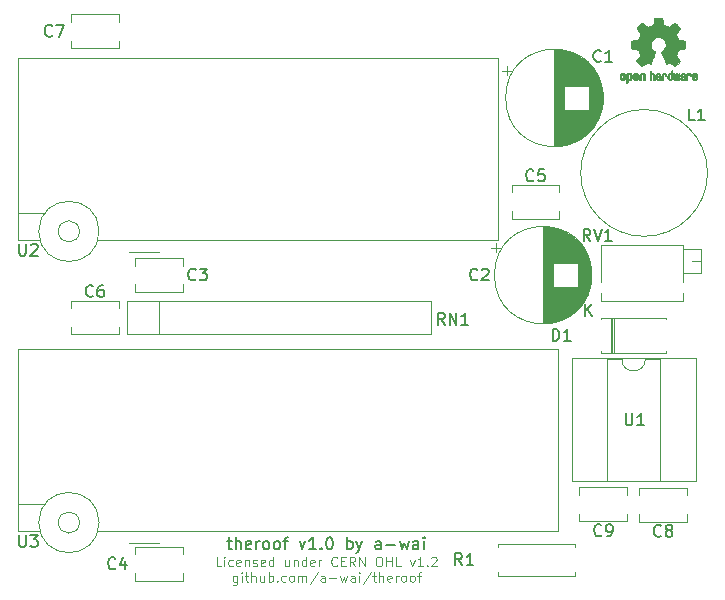
<source format=gto>
G04 #@! TF.GenerationSoftware,KiCad,Pcbnew,5.1.4+dfsg1-2*
G04 #@! TF.CreationDate,2019-11-27T21:42:57+01:00*
G04 #@! TF.ProjectId,theroof,74686572-6f6f-4662-9e6b-696361645f70,rev?*
G04 #@! TF.SameCoordinates,Original*
G04 #@! TF.FileFunction,Legend,Top*
G04 #@! TF.FilePolarity,Positive*
%FSLAX46Y46*%
G04 Gerber Fmt 4.6, Leading zero omitted, Abs format (unit mm)*
G04 Created by KiCad (PCBNEW 5.1.4+dfsg1-2) date 2019-11-27 21:42:57*
%MOMM*%
%LPD*%
G04 APERTURE LIST*
%ADD10C,0.150000*%
%ADD11C,0.120000*%
%ADD12C,0.010000*%
G04 APERTURE END LIST*
D10*
X144045238Y-108085714D02*
X144426190Y-108085714D01*
X144188095Y-107752380D02*
X144188095Y-108609523D01*
X144235714Y-108704761D01*
X144330952Y-108752380D01*
X144426190Y-108752380D01*
X144759523Y-108752380D02*
X144759523Y-107752380D01*
X145188095Y-108752380D02*
X145188095Y-108228571D01*
X145140476Y-108133333D01*
X145045238Y-108085714D01*
X144902380Y-108085714D01*
X144807142Y-108133333D01*
X144759523Y-108180952D01*
X146045238Y-108704761D02*
X145950000Y-108752380D01*
X145759523Y-108752380D01*
X145664285Y-108704761D01*
X145616666Y-108609523D01*
X145616666Y-108228571D01*
X145664285Y-108133333D01*
X145759523Y-108085714D01*
X145950000Y-108085714D01*
X146045238Y-108133333D01*
X146092857Y-108228571D01*
X146092857Y-108323809D01*
X145616666Y-108419047D01*
X146521428Y-108752380D02*
X146521428Y-108085714D01*
X146521428Y-108276190D02*
X146569047Y-108180952D01*
X146616666Y-108133333D01*
X146711904Y-108085714D01*
X146807142Y-108085714D01*
X147283333Y-108752380D02*
X147188095Y-108704761D01*
X147140476Y-108657142D01*
X147092857Y-108561904D01*
X147092857Y-108276190D01*
X147140476Y-108180952D01*
X147188095Y-108133333D01*
X147283333Y-108085714D01*
X147426190Y-108085714D01*
X147521428Y-108133333D01*
X147569047Y-108180952D01*
X147616666Y-108276190D01*
X147616666Y-108561904D01*
X147569047Y-108657142D01*
X147521428Y-108704761D01*
X147426190Y-108752380D01*
X147283333Y-108752380D01*
X148188095Y-108752380D02*
X148092857Y-108704761D01*
X148045238Y-108657142D01*
X147997619Y-108561904D01*
X147997619Y-108276190D01*
X148045238Y-108180952D01*
X148092857Y-108133333D01*
X148188095Y-108085714D01*
X148330952Y-108085714D01*
X148426190Y-108133333D01*
X148473809Y-108180952D01*
X148521428Y-108276190D01*
X148521428Y-108561904D01*
X148473809Y-108657142D01*
X148426190Y-108704761D01*
X148330952Y-108752380D01*
X148188095Y-108752380D01*
X148807142Y-108085714D02*
X149188095Y-108085714D01*
X148950000Y-108752380D02*
X148950000Y-107895238D01*
X148997619Y-107800000D01*
X149092857Y-107752380D01*
X149188095Y-107752380D01*
X150188095Y-108085714D02*
X150426190Y-108752380D01*
X150664285Y-108085714D01*
X151569047Y-108752380D02*
X150997619Y-108752380D01*
X151283333Y-108752380D02*
X151283333Y-107752380D01*
X151188095Y-107895238D01*
X151092857Y-107990476D01*
X150997619Y-108038095D01*
X151997619Y-108657142D02*
X152045238Y-108704761D01*
X151997619Y-108752380D01*
X151950000Y-108704761D01*
X151997619Y-108657142D01*
X151997619Y-108752380D01*
X152664285Y-107752380D02*
X152759523Y-107752380D01*
X152854761Y-107800000D01*
X152902380Y-107847619D01*
X152950000Y-107942857D01*
X152997619Y-108133333D01*
X152997619Y-108371428D01*
X152950000Y-108561904D01*
X152902380Y-108657142D01*
X152854761Y-108704761D01*
X152759523Y-108752380D01*
X152664285Y-108752380D01*
X152569047Y-108704761D01*
X152521428Y-108657142D01*
X152473809Y-108561904D01*
X152426190Y-108371428D01*
X152426190Y-108133333D01*
X152473809Y-107942857D01*
X152521428Y-107847619D01*
X152569047Y-107800000D01*
X152664285Y-107752380D01*
X154188095Y-108752380D02*
X154188095Y-107752380D01*
X154188095Y-108133333D02*
X154283333Y-108085714D01*
X154473809Y-108085714D01*
X154569047Y-108133333D01*
X154616666Y-108180952D01*
X154664285Y-108276190D01*
X154664285Y-108561904D01*
X154616666Y-108657142D01*
X154569047Y-108704761D01*
X154473809Y-108752380D01*
X154283333Y-108752380D01*
X154188095Y-108704761D01*
X154997619Y-108085714D02*
X155235714Y-108752380D01*
X155473809Y-108085714D02*
X155235714Y-108752380D01*
X155140476Y-108990476D01*
X155092857Y-109038095D01*
X154997619Y-109085714D01*
X157045238Y-108752380D02*
X157045238Y-108228571D01*
X156997619Y-108133333D01*
X156902380Y-108085714D01*
X156711904Y-108085714D01*
X156616666Y-108133333D01*
X157045238Y-108704761D02*
X156950000Y-108752380D01*
X156711904Y-108752380D01*
X156616666Y-108704761D01*
X156569047Y-108609523D01*
X156569047Y-108514285D01*
X156616666Y-108419047D01*
X156711904Y-108371428D01*
X156950000Y-108371428D01*
X157045238Y-108323809D01*
X157521428Y-108371428D02*
X158283333Y-108371428D01*
X158664285Y-108085714D02*
X158854761Y-108752380D01*
X159045238Y-108276190D01*
X159235714Y-108752380D01*
X159426190Y-108085714D01*
X160235714Y-108752380D02*
X160235714Y-108228571D01*
X160188095Y-108133333D01*
X160092857Y-108085714D01*
X159902380Y-108085714D01*
X159807142Y-108133333D01*
X160235714Y-108704761D02*
X160140476Y-108752380D01*
X159902380Y-108752380D01*
X159807142Y-108704761D01*
X159759523Y-108609523D01*
X159759523Y-108514285D01*
X159807142Y-108419047D01*
X159902380Y-108371428D01*
X160140476Y-108371428D01*
X160235714Y-108323809D01*
X160711904Y-108752380D02*
X160711904Y-108085714D01*
X160711904Y-107752380D02*
X160664285Y-107800000D01*
X160711904Y-107847619D01*
X160759523Y-107800000D01*
X160711904Y-107752380D01*
X160711904Y-107847619D01*
D11*
X143535714Y-110201904D02*
X143154761Y-110201904D01*
X143154761Y-109401904D01*
X143802380Y-110201904D02*
X143802380Y-109668571D01*
X143802380Y-109401904D02*
X143764285Y-109440000D01*
X143802380Y-109478095D01*
X143840476Y-109440000D01*
X143802380Y-109401904D01*
X143802380Y-109478095D01*
X144526190Y-110163809D02*
X144450000Y-110201904D01*
X144297619Y-110201904D01*
X144221428Y-110163809D01*
X144183333Y-110125714D01*
X144145238Y-110049523D01*
X144145238Y-109820952D01*
X144183333Y-109744761D01*
X144221428Y-109706666D01*
X144297619Y-109668571D01*
X144450000Y-109668571D01*
X144526190Y-109706666D01*
X145173809Y-110163809D02*
X145097619Y-110201904D01*
X144945238Y-110201904D01*
X144869047Y-110163809D01*
X144830952Y-110087619D01*
X144830952Y-109782857D01*
X144869047Y-109706666D01*
X144945238Y-109668571D01*
X145097619Y-109668571D01*
X145173809Y-109706666D01*
X145211904Y-109782857D01*
X145211904Y-109859047D01*
X144830952Y-109935238D01*
X145554761Y-109668571D02*
X145554761Y-110201904D01*
X145554761Y-109744761D02*
X145592857Y-109706666D01*
X145669047Y-109668571D01*
X145783333Y-109668571D01*
X145859523Y-109706666D01*
X145897619Y-109782857D01*
X145897619Y-110201904D01*
X146240476Y-110163809D02*
X146316666Y-110201904D01*
X146469047Y-110201904D01*
X146545238Y-110163809D01*
X146583333Y-110087619D01*
X146583333Y-110049523D01*
X146545238Y-109973333D01*
X146469047Y-109935238D01*
X146354761Y-109935238D01*
X146278571Y-109897142D01*
X146240476Y-109820952D01*
X146240476Y-109782857D01*
X146278571Y-109706666D01*
X146354761Y-109668571D01*
X146469047Y-109668571D01*
X146545238Y-109706666D01*
X147230952Y-110163809D02*
X147154761Y-110201904D01*
X147002380Y-110201904D01*
X146926190Y-110163809D01*
X146888095Y-110087619D01*
X146888095Y-109782857D01*
X146926190Y-109706666D01*
X147002380Y-109668571D01*
X147154761Y-109668571D01*
X147230952Y-109706666D01*
X147269047Y-109782857D01*
X147269047Y-109859047D01*
X146888095Y-109935238D01*
X147954761Y-110201904D02*
X147954761Y-109401904D01*
X147954761Y-110163809D02*
X147878571Y-110201904D01*
X147726190Y-110201904D01*
X147650000Y-110163809D01*
X147611904Y-110125714D01*
X147573809Y-110049523D01*
X147573809Y-109820952D01*
X147611904Y-109744761D01*
X147650000Y-109706666D01*
X147726190Y-109668571D01*
X147878571Y-109668571D01*
X147954761Y-109706666D01*
X149288095Y-109668571D02*
X149288095Y-110201904D01*
X148945238Y-109668571D02*
X148945238Y-110087619D01*
X148983333Y-110163809D01*
X149059523Y-110201904D01*
X149173809Y-110201904D01*
X149250000Y-110163809D01*
X149288095Y-110125714D01*
X149669047Y-109668571D02*
X149669047Y-110201904D01*
X149669047Y-109744761D02*
X149707142Y-109706666D01*
X149783333Y-109668571D01*
X149897619Y-109668571D01*
X149973809Y-109706666D01*
X150011904Y-109782857D01*
X150011904Y-110201904D01*
X150735714Y-110201904D02*
X150735714Y-109401904D01*
X150735714Y-110163809D02*
X150659523Y-110201904D01*
X150507142Y-110201904D01*
X150430952Y-110163809D01*
X150392857Y-110125714D01*
X150354761Y-110049523D01*
X150354761Y-109820952D01*
X150392857Y-109744761D01*
X150430952Y-109706666D01*
X150507142Y-109668571D01*
X150659523Y-109668571D01*
X150735714Y-109706666D01*
X151421428Y-110163809D02*
X151345238Y-110201904D01*
X151192857Y-110201904D01*
X151116666Y-110163809D01*
X151078571Y-110087619D01*
X151078571Y-109782857D01*
X151116666Y-109706666D01*
X151192857Y-109668571D01*
X151345238Y-109668571D01*
X151421428Y-109706666D01*
X151459523Y-109782857D01*
X151459523Y-109859047D01*
X151078571Y-109935238D01*
X151802380Y-110201904D02*
X151802380Y-109668571D01*
X151802380Y-109820952D02*
X151840476Y-109744761D01*
X151878571Y-109706666D01*
X151954761Y-109668571D01*
X152030952Y-109668571D01*
X153364285Y-110125714D02*
X153326190Y-110163809D01*
X153211904Y-110201904D01*
X153135714Y-110201904D01*
X153021428Y-110163809D01*
X152945238Y-110087619D01*
X152907142Y-110011428D01*
X152869047Y-109859047D01*
X152869047Y-109744761D01*
X152907142Y-109592380D01*
X152945238Y-109516190D01*
X153021428Y-109440000D01*
X153135714Y-109401904D01*
X153211904Y-109401904D01*
X153326190Y-109440000D01*
X153364285Y-109478095D01*
X153707142Y-109782857D02*
X153973809Y-109782857D01*
X154088095Y-110201904D02*
X153707142Y-110201904D01*
X153707142Y-109401904D01*
X154088095Y-109401904D01*
X154888095Y-110201904D02*
X154621428Y-109820952D01*
X154430952Y-110201904D02*
X154430952Y-109401904D01*
X154735714Y-109401904D01*
X154811904Y-109440000D01*
X154850000Y-109478095D01*
X154888095Y-109554285D01*
X154888095Y-109668571D01*
X154850000Y-109744761D01*
X154811904Y-109782857D01*
X154735714Y-109820952D01*
X154430952Y-109820952D01*
X155230952Y-110201904D02*
X155230952Y-109401904D01*
X155688095Y-110201904D01*
X155688095Y-109401904D01*
X156830952Y-109401904D02*
X156983333Y-109401904D01*
X157059523Y-109440000D01*
X157135714Y-109516190D01*
X157173809Y-109668571D01*
X157173809Y-109935238D01*
X157135714Y-110087619D01*
X157059523Y-110163809D01*
X156983333Y-110201904D01*
X156830952Y-110201904D01*
X156754761Y-110163809D01*
X156678571Y-110087619D01*
X156640476Y-109935238D01*
X156640476Y-109668571D01*
X156678571Y-109516190D01*
X156754761Y-109440000D01*
X156830952Y-109401904D01*
X157516666Y-110201904D02*
X157516666Y-109401904D01*
X157516666Y-109782857D02*
X157973809Y-109782857D01*
X157973809Y-110201904D02*
X157973809Y-109401904D01*
X158735714Y-110201904D02*
X158354761Y-110201904D01*
X158354761Y-109401904D01*
X159535714Y-109668571D02*
X159726190Y-110201904D01*
X159916666Y-109668571D01*
X160640476Y-110201904D02*
X160183333Y-110201904D01*
X160411904Y-110201904D02*
X160411904Y-109401904D01*
X160335714Y-109516190D01*
X160259523Y-109592380D01*
X160183333Y-109630476D01*
X160983333Y-110125714D02*
X161021428Y-110163809D01*
X160983333Y-110201904D01*
X160945238Y-110163809D01*
X160983333Y-110125714D01*
X160983333Y-110201904D01*
X161326190Y-109478095D02*
X161364285Y-109440000D01*
X161440476Y-109401904D01*
X161630952Y-109401904D01*
X161707142Y-109440000D01*
X161745238Y-109478095D01*
X161783333Y-109554285D01*
X161783333Y-109630476D01*
X161745238Y-109744761D01*
X161288095Y-110201904D01*
X161783333Y-110201904D01*
X144888095Y-110988571D02*
X144888095Y-111636190D01*
X144850000Y-111712380D01*
X144811904Y-111750476D01*
X144735714Y-111788571D01*
X144621428Y-111788571D01*
X144545238Y-111750476D01*
X144888095Y-111483809D02*
X144811904Y-111521904D01*
X144659523Y-111521904D01*
X144583333Y-111483809D01*
X144545238Y-111445714D01*
X144507142Y-111369523D01*
X144507142Y-111140952D01*
X144545238Y-111064761D01*
X144583333Y-111026666D01*
X144659523Y-110988571D01*
X144811904Y-110988571D01*
X144888095Y-111026666D01*
X145269047Y-111521904D02*
X145269047Y-110988571D01*
X145269047Y-110721904D02*
X145230952Y-110760000D01*
X145269047Y-110798095D01*
X145307142Y-110760000D01*
X145269047Y-110721904D01*
X145269047Y-110798095D01*
X145535714Y-110988571D02*
X145840476Y-110988571D01*
X145650000Y-110721904D02*
X145650000Y-111407619D01*
X145688095Y-111483809D01*
X145764285Y-111521904D01*
X145840476Y-111521904D01*
X146107142Y-111521904D02*
X146107142Y-110721904D01*
X146450000Y-111521904D02*
X146450000Y-111102857D01*
X146411904Y-111026666D01*
X146335714Y-110988571D01*
X146221428Y-110988571D01*
X146145238Y-111026666D01*
X146107142Y-111064761D01*
X147173809Y-110988571D02*
X147173809Y-111521904D01*
X146830952Y-110988571D02*
X146830952Y-111407619D01*
X146869047Y-111483809D01*
X146945238Y-111521904D01*
X147059523Y-111521904D01*
X147135714Y-111483809D01*
X147173809Y-111445714D01*
X147554761Y-111521904D02*
X147554761Y-110721904D01*
X147554761Y-111026666D02*
X147630952Y-110988571D01*
X147783333Y-110988571D01*
X147859523Y-111026666D01*
X147897619Y-111064761D01*
X147935714Y-111140952D01*
X147935714Y-111369523D01*
X147897619Y-111445714D01*
X147859523Y-111483809D01*
X147783333Y-111521904D01*
X147630952Y-111521904D01*
X147554761Y-111483809D01*
X148278571Y-111445714D02*
X148316666Y-111483809D01*
X148278571Y-111521904D01*
X148240476Y-111483809D01*
X148278571Y-111445714D01*
X148278571Y-111521904D01*
X149002380Y-111483809D02*
X148926190Y-111521904D01*
X148773809Y-111521904D01*
X148697619Y-111483809D01*
X148659523Y-111445714D01*
X148621428Y-111369523D01*
X148621428Y-111140952D01*
X148659523Y-111064761D01*
X148697619Y-111026666D01*
X148773809Y-110988571D01*
X148926190Y-110988571D01*
X149002380Y-111026666D01*
X149459523Y-111521904D02*
X149383333Y-111483809D01*
X149345238Y-111445714D01*
X149307142Y-111369523D01*
X149307142Y-111140952D01*
X149345238Y-111064761D01*
X149383333Y-111026666D01*
X149459523Y-110988571D01*
X149573809Y-110988571D01*
X149650000Y-111026666D01*
X149688095Y-111064761D01*
X149726190Y-111140952D01*
X149726190Y-111369523D01*
X149688095Y-111445714D01*
X149650000Y-111483809D01*
X149573809Y-111521904D01*
X149459523Y-111521904D01*
X150069047Y-111521904D02*
X150069047Y-110988571D01*
X150069047Y-111064761D02*
X150107142Y-111026666D01*
X150183333Y-110988571D01*
X150297619Y-110988571D01*
X150373809Y-111026666D01*
X150411904Y-111102857D01*
X150411904Y-111521904D01*
X150411904Y-111102857D02*
X150450000Y-111026666D01*
X150526190Y-110988571D01*
X150640476Y-110988571D01*
X150716666Y-111026666D01*
X150754761Y-111102857D01*
X150754761Y-111521904D01*
X151707142Y-110683809D02*
X151021428Y-111712380D01*
X152316666Y-111521904D02*
X152316666Y-111102857D01*
X152278571Y-111026666D01*
X152202380Y-110988571D01*
X152050000Y-110988571D01*
X151973809Y-111026666D01*
X152316666Y-111483809D02*
X152240476Y-111521904D01*
X152050000Y-111521904D01*
X151973809Y-111483809D01*
X151935714Y-111407619D01*
X151935714Y-111331428D01*
X151973809Y-111255238D01*
X152050000Y-111217142D01*
X152240476Y-111217142D01*
X152316666Y-111179047D01*
X152697619Y-111217142D02*
X153307142Y-111217142D01*
X153611904Y-110988571D02*
X153764285Y-111521904D01*
X153916666Y-111140952D01*
X154069047Y-111521904D01*
X154221428Y-110988571D01*
X154869047Y-111521904D02*
X154869047Y-111102857D01*
X154830952Y-111026666D01*
X154754761Y-110988571D01*
X154602380Y-110988571D01*
X154526190Y-111026666D01*
X154869047Y-111483809D02*
X154792857Y-111521904D01*
X154602380Y-111521904D01*
X154526190Y-111483809D01*
X154488095Y-111407619D01*
X154488095Y-111331428D01*
X154526190Y-111255238D01*
X154602380Y-111217142D01*
X154792857Y-111217142D01*
X154869047Y-111179047D01*
X155250000Y-111521904D02*
X155250000Y-110988571D01*
X155250000Y-110721904D02*
X155211904Y-110760000D01*
X155250000Y-110798095D01*
X155288095Y-110760000D01*
X155250000Y-110721904D01*
X155250000Y-110798095D01*
X156202380Y-110683809D02*
X155516666Y-111712380D01*
X156354761Y-110988571D02*
X156659523Y-110988571D01*
X156469047Y-110721904D02*
X156469047Y-111407619D01*
X156507142Y-111483809D01*
X156583333Y-111521904D01*
X156659523Y-111521904D01*
X156926190Y-111521904D02*
X156926190Y-110721904D01*
X157269047Y-111521904D02*
X157269047Y-111102857D01*
X157230952Y-111026666D01*
X157154761Y-110988571D01*
X157040476Y-110988571D01*
X156964285Y-111026666D01*
X156926190Y-111064761D01*
X157954761Y-111483809D02*
X157878571Y-111521904D01*
X157726190Y-111521904D01*
X157650000Y-111483809D01*
X157611904Y-111407619D01*
X157611904Y-111102857D01*
X157650000Y-111026666D01*
X157726190Y-110988571D01*
X157878571Y-110988571D01*
X157954761Y-111026666D01*
X157992857Y-111102857D01*
X157992857Y-111179047D01*
X157611904Y-111255238D01*
X158335714Y-111521904D02*
X158335714Y-110988571D01*
X158335714Y-111140952D02*
X158373809Y-111064761D01*
X158411904Y-111026666D01*
X158488095Y-110988571D01*
X158564285Y-110988571D01*
X158945238Y-111521904D02*
X158869047Y-111483809D01*
X158830952Y-111445714D01*
X158792857Y-111369523D01*
X158792857Y-111140952D01*
X158830952Y-111064761D01*
X158869047Y-111026666D01*
X158945238Y-110988571D01*
X159059523Y-110988571D01*
X159135714Y-111026666D01*
X159173809Y-111064761D01*
X159211904Y-111140952D01*
X159211904Y-111369523D01*
X159173809Y-111445714D01*
X159135714Y-111483809D01*
X159059523Y-111521904D01*
X158945238Y-111521904D01*
X159669047Y-111521904D02*
X159592857Y-111483809D01*
X159554761Y-111445714D01*
X159516666Y-111369523D01*
X159516666Y-111140952D01*
X159554761Y-111064761D01*
X159592857Y-111026666D01*
X159669047Y-110988571D01*
X159783333Y-110988571D01*
X159859523Y-111026666D01*
X159897619Y-111064761D01*
X159935714Y-111140952D01*
X159935714Y-111369523D01*
X159897619Y-111445714D01*
X159859523Y-111483809D01*
X159783333Y-111521904D01*
X159669047Y-111521904D01*
X160164285Y-110988571D02*
X160469047Y-110988571D01*
X160278571Y-111521904D02*
X160278571Y-110836190D01*
X160316666Y-110760000D01*
X160392857Y-110721904D01*
X160469047Y-110721904D01*
D12*
G36*
X180653910Y-63742348D02*
G01*
X180732454Y-63742778D01*
X180789298Y-63743942D01*
X180828105Y-63746207D01*
X180852538Y-63749940D01*
X180866262Y-63755506D01*
X180872940Y-63763273D01*
X180876236Y-63773605D01*
X180876556Y-63774943D01*
X180881562Y-63799079D01*
X180890829Y-63846701D01*
X180903392Y-63912741D01*
X180918287Y-63992128D01*
X180934551Y-64079796D01*
X180935119Y-64082875D01*
X180951410Y-64168789D01*
X180966652Y-64244696D01*
X180979861Y-64306045D01*
X180990054Y-64348282D01*
X180996248Y-64366855D01*
X180996543Y-64367184D01*
X181014788Y-64376253D01*
X181052405Y-64391367D01*
X181101271Y-64409262D01*
X181101543Y-64409358D01*
X181163093Y-64432493D01*
X181235657Y-64461965D01*
X181304057Y-64491597D01*
X181307294Y-64493062D01*
X181418702Y-64543626D01*
X181665399Y-64375160D01*
X181741077Y-64323803D01*
X181809631Y-64277889D01*
X181867088Y-64240030D01*
X181909476Y-64212837D01*
X181932825Y-64198921D01*
X181935042Y-64197889D01*
X181952010Y-64202484D01*
X181983701Y-64224655D01*
X182031352Y-64265447D01*
X182096198Y-64325905D01*
X182162397Y-64390227D01*
X182226214Y-64453612D01*
X182283329Y-64511451D01*
X182330305Y-64560175D01*
X182363703Y-64596210D01*
X182380085Y-64615984D01*
X182380694Y-64617002D01*
X182382505Y-64630572D01*
X182375683Y-64652733D01*
X182358540Y-64686478D01*
X182329393Y-64734800D01*
X182286555Y-64800692D01*
X182229448Y-64885517D01*
X182178766Y-64960177D01*
X182133461Y-65027140D01*
X182096150Y-65082516D01*
X182069452Y-65122420D01*
X182055985Y-65142962D01*
X182055137Y-65144356D01*
X182056781Y-65164038D01*
X182069245Y-65202293D01*
X182090048Y-65251889D01*
X182097462Y-65267728D01*
X182129814Y-65338290D01*
X182164328Y-65418353D01*
X182192365Y-65487629D01*
X182212568Y-65539045D01*
X182228615Y-65578119D01*
X182237888Y-65598541D01*
X182239041Y-65600114D01*
X182256096Y-65602721D01*
X182296298Y-65609863D01*
X182354302Y-65620523D01*
X182424763Y-65633685D01*
X182502335Y-65648333D01*
X182581672Y-65663449D01*
X182657431Y-65678018D01*
X182724264Y-65691022D01*
X182776828Y-65701445D01*
X182809776Y-65708270D01*
X182817857Y-65710199D01*
X182826205Y-65714962D01*
X182832506Y-65725718D01*
X182837045Y-65746098D01*
X182840104Y-65779734D01*
X182841967Y-65830255D01*
X182842918Y-65901292D01*
X182843240Y-65996476D01*
X182843257Y-66035492D01*
X182843257Y-66352799D01*
X182767057Y-66367839D01*
X182724663Y-66375995D01*
X182661400Y-66387899D01*
X182584962Y-66402116D01*
X182503043Y-66417210D01*
X182480400Y-66421355D01*
X182404806Y-66436053D01*
X182338953Y-66450505D01*
X182288366Y-66463375D01*
X182258574Y-66473322D01*
X182253612Y-66476287D01*
X182241426Y-66497283D01*
X182223953Y-66537967D01*
X182204577Y-66590322D01*
X182200734Y-66601600D01*
X182175339Y-66671523D01*
X182143817Y-66750418D01*
X182112969Y-66821266D01*
X182112817Y-66821595D01*
X182061447Y-66932733D01*
X182230399Y-67181253D01*
X182399352Y-67429772D01*
X182182429Y-67647058D01*
X182116819Y-67711726D01*
X182056979Y-67768733D01*
X182006267Y-67815033D01*
X181968046Y-67847584D01*
X181945675Y-67863343D01*
X181942466Y-67864343D01*
X181923626Y-67856469D01*
X181885180Y-67834578D01*
X181831330Y-67801267D01*
X181766276Y-67759131D01*
X181695940Y-67711943D01*
X181624555Y-67663810D01*
X181560908Y-67621928D01*
X181509041Y-67588871D01*
X181472995Y-67567218D01*
X181456867Y-67559543D01*
X181437189Y-67566037D01*
X181399875Y-67583150D01*
X181352621Y-67607326D01*
X181347612Y-67610013D01*
X181283977Y-67641927D01*
X181240341Y-67657579D01*
X181213202Y-67657745D01*
X181199057Y-67643204D01*
X181198975Y-67643000D01*
X181191905Y-67625779D01*
X181175042Y-67584899D01*
X181149695Y-67523525D01*
X181117171Y-67444819D01*
X181078778Y-67351947D01*
X181035822Y-67248072D01*
X180994222Y-67147502D01*
X180948504Y-67036516D01*
X180906526Y-66933703D01*
X180869548Y-66842215D01*
X180838827Y-66765201D01*
X180815622Y-66705815D01*
X180801190Y-66667209D01*
X180796743Y-66652800D01*
X180807896Y-66636272D01*
X180837069Y-66609930D01*
X180875971Y-66580887D01*
X180986757Y-66489039D01*
X181073351Y-66383759D01*
X181134716Y-66267266D01*
X181169815Y-66141776D01*
X181177608Y-66009507D01*
X181171943Y-65948457D01*
X181141078Y-65821795D01*
X181087920Y-65709941D01*
X181015767Y-65614001D01*
X180927917Y-65535076D01*
X180827665Y-65474270D01*
X180718310Y-65432687D01*
X180603147Y-65411428D01*
X180485475Y-65411599D01*
X180368590Y-65434301D01*
X180255789Y-65480638D01*
X180150369Y-65551713D01*
X180106368Y-65591911D01*
X180021979Y-65695129D01*
X179963222Y-65807925D01*
X179929704Y-65927010D01*
X179921035Y-66049095D01*
X179936823Y-66170893D01*
X179976678Y-66289116D01*
X180040207Y-66400475D01*
X180127021Y-66501684D01*
X180224029Y-66580887D01*
X180264437Y-66611162D01*
X180292982Y-66637219D01*
X180303257Y-66652825D01*
X180297877Y-66669843D01*
X180282575Y-66710500D01*
X180258612Y-66771642D01*
X180227244Y-66850119D01*
X180189732Y-66942780D01*
X180147333Y-67046472D01*
X180105663Y-67147526D01*
X180059690Y-67258607D01*
X180017107Y-67361541D01*
X179979221Y-67453165D01*
X179947340Y-67530316D01*
X179922771Y-67589831D01*
X179906820Y-67628544D01*
X179900910Y-67643000D01*
X179886948Y-67657685D01*
X179859940Y-67657642D01*
X179816413Y-67642099D01*
X179752890Y-67610284D01*
X179752388Y-67610013D01*
X179704560Y-67585323D01*
X179665897Y-67567338D01*
X179644095Y-67559614D01*
X179643133Y-67559543D01*
X179626721Y-67567378D01*
X179590487Y-67589165D01*
X179538474Y-67622328D01*
X179474725Y-67664291D01*
X179404060Y-67711943D01*
X179332116Y-67760191D01*
X179267274Y-67802151D01*
X179213735Y-67835227D01*
X179175697Y-67856821D01*
X179157533Y-67864343D01*
X179140808Y-67854457D01*
X179107180Y-67826826D01*
X179060010Y-67784495D01*
X179002658Y-67730505D01*
X178938484Y-67667899D01*
X178917497Y-67646983D01*
X178700499Y-67429623D01*
X178865668Y-67187220D01*
X178915864Y-67112781D01*
X178959919Y-67045972D01*
X178995362Y-66990665D01*
X179019719Y-66950729D01*
X179030522Y-66930036D01*
X179030838Y-66928563D01*
X179025143Y-66909058D01*
X179009826Y-66869822D01*
X178987537Y-66817430D01*
X178971893Y-66782355D01*
X178942641Y-66715201D01*
X178915094Y-66647358D01*
X178893737Y-66590034D01*
X178887935Y-66572572D01*
X178871452Y-66525938D01*
X178855340Y-66489905D01*
X178846490Y-66476287D01*
X178826960Y-66467952D01*
X178784334Y-66456137D01*
X178724145Y-66442181D01*
X178651922Y-66427422D01*
X178619600Y-66421355D01*
X178537522Y-66406273D01*
X178458795Y-66391669D01*
X178391109Y-66378980D01*
X178342160Y-66369642D01*
X178332943Y-66367839D01*
X178256743Y-66352799D01*
X178256743Y-66035492D01*
X178256914Y-65931154D01*
X178257616Y-65852213D01*
X178259134Y-65795038D01*
X178261749Y-65755999D01*
X178265746Y-65731465D01*
X178271409Y-65717805D01*
X178279020Y-65711389D01*
X178282143Y-65710199D01*
X178300978Y-65705980D01*
X178342588Y-65697562D01*
X178401630Y-65685961D01*
X178472757Y-65672195D01*
X178550625Y-65657280D01*
X178629887Y-65642232D01*
X178705198Y-65628069D01*
X178771213Y-65615806D01*
X178822587Y-65606461D01*
X178853975Y-65601050D01*
X178860959Y-65600114D01*
X178867285Y-65587596D01*
X178881290Y-65554246D01*
X178900355Y-65506377D01*
X178907634Y-65487629D01*
X178936996Y-65415195D01*
X178971571Y-65335170D01*
X179002537Y-65267728D01*
X179025323Y-65216159D01*
X179040482Y-65173785D01*
X179045542Y-65147834D01*
X179044736Y-65144356D01*
X179034041Y-65127936D01*
X179009620Y-65091417D01*
X178974095Y-65038687D01*
X178930087Y-64973635D01*
X178880217Y-64900151D01*
X178870356Y-64885645D01*
X178812492Y-64799704D01*
X178769956Y-64734261D01*
X178741054Y-64686304D01*
X178724090Y-64652820D01*
X178717367Y-64630795D01*
X178719190Y-64617217D01*
X178719236Y-64617131D01*
X178733586Y-64599297D01*
X178765323Y-64564817D01*
X178811010Y-64517268D01*
X178867204Y-64460222D01*
X178930468Y-64397255D01*
X178937602Y-64390227D01*
X179017330Y-64313020D01*
X179078857Y-64256330D01*
X179123421Y-64219110D01*
X179152257Y-64200315D01*
X179164958Y-64197889D01*
X179183494Y-64208471D01*
X179221961Y-64232916D01*
X179276386Y-64268612D01*
X179342798Y-64312947D01*
X179417225Y-64363311D01*
X179434601Y-64375160D01*
X179681297Y-64543626D01*
X179792706Y-64493062D01*
X179860457Y-64463595D01*
X179933183Y-64433959D01*
X179995703Y-64410330D01*
X179998457Y-64409358D01*
X180047360Y-64391457D01*
X180085057Y-64376320D01*
X180103425Y-64367210D01*
X180103456Y-64367184D01*
X180109285Y-64350717D01*
X180119192Y-64310219D01*
X180132195Y-64250242D01*
X180147309Y-64175340D01*
X180163552Y-64090064D01*
X180164881Y-64082875D01*
X180181175Y-63995014D01*
X180196133Y-63915260D01*
X180208791Y-63848681D01*
X180218186Y-63800347D01*
X180223354Y-63775325D01*
X180223444Y-63774943D01*
X180226589Y-63764299D01*
X180232704Y-63756262D01*
X180245453Y-63750467D01*
X180268500Y-63746547D01*
X180305509Y-63744135D01*
X180360144Y-63742865D01*
X180436067Y-63742371D01*
X180536944Y-63742286D01*
X180550000Y-63742286D01*
X180653910Y-63742348D01*
X180653910Y-63742348D01*
G37*
X180653910Y-63742348D02*
X180732454Y-63742778D01*
X180789298Y-63743942D01*
X180828105Y-63746207D01*
X180852538Y-63749940D01*
X180866262Y-63755506D01*
X180872940Y-63763273D01*
X180876236Y-63773605D01*
X180876556Y-63774943D01*
X180881562Y-63799079D01*
X180890829Y-63846701D01*
X180903392Y-63912741D01*
X180918287Y-63992128D01*
X180934551Y-64079796D01*
X180935119Y-64082875D01*
X180951410Y-64168789D01*
X180966652Y-64244696D01*
X180979861Y-64306045D01*
X180990054Y-64348282D01*
X180996248Y-64366855D01*
X180996543Y-64367184D01*
X181014788Y-64376253D01*
X181052405Y-64391367D01*
X181101271Y-64409262D01*
X181101543Y-64409358D01*
X181163093Y-64432493D01*
X181235657Y-64461965D01*
X181304057Y-64491597D01*
X181307294Y-64493062D01*
X181418702Y-64543626D01*
X181665399Y-64375160D01*
X181741077Y-64323803D01*
X181809631Y-64277889D01*
X181867088Y-64240030D01*
X181909476Y-64212837D01*
X181932825Y-64198921D01*
X181935042Y-64197889D01*
X181952010Y-64202484D01*
X181983701Y-64224655D01*
X182031352Y-64265447D01*
X182096198Y-64325905D01*
X182162397Y-64390227D01*
X182226214Y-64453612D01*
X182283329Y-64511451D01*
X182330305Y-64560175D01*
X182363703Y-64596210D01*
X182380085Y-64615984D01*
X182380694Y-64617002D01*
X182382505Y-64630572D01*
X182375683Y-64652733D01*
X182358540Y-64686478D01*
X182329393Y-64734800D01*
X182286555Y-64800692D01*
X182229448Y-64885517D01*
X182178766Y-64960177D01*
X182133461Y-65027140D01*
X182096150Y-65082516D01*
X182069452Y-65122420D01*
X182055985Y-65142962D01*
X182055137Y-65144356D01*
X182056781Y-65164038D01*
X182069245Y-65202293D01*
X182090048Y-65251889D01*
X182097462Y-65267728D01*
X182129814Y-65338290D01*
X182164328Y-65418353D01*
X182192365Y-65487629D01*
X182212568Y-65539045D01*
X182228615Y-65578119D01*
X182237888Y-65598541D01*
X182239041Y-65600114D01*
X182256096Y-65602721D01*
X182296298Y-65609863D01*
X182354302Y-65620523D01*
X182424763Y-65633685D01*
X182502335Y-65648333D01*
X182581672Y-65663449D01*
X182657431Y-65678018D01*
X182724264Y-65691022D01*
X182776828Y-65701445D01*
X182809776Y-65708270D01*
X182817857Y-65710199D01*
X182826205Y-65714962D01*
X182832506Y-65725718D01*
X182837045Y-65746098D01*
X182840104Y-65779734D01*
X182841967Y-65830255D01*
X182842918Y-65901292D01*
X182843240Y-65996476D01*
X182843257Y-66035492D01*
X182843257Y-66352799D01*
X182767057Y-66367839D01*
X182724663Y-66375995D01*
X182661400Y-66387899D01*
X182584962Y-66402116D01*
X182503043Y-66417210D01*
X182480400Y-66421355D01*
X182404806Y-66436053D01*
X182338953Y-66450505D01*
X182288366Y-66463375D01*
X182258574Y-66473322D01*
X182253612Y-66476287D01*
X182241426Y-66497283D01*
X182223953Y-66537967D01*
X182204577Y-66590322D01*
X182200734Y-66601600D01*
X182175339Y-66671523D01*
X182143817Y-66750418D01*
X182112969Y-66821266D01*
X182112817Y-66821595D01*
X182061447Y-66932733D01*
X182230399Y-67181253D01*
X182399352Y-67429772D01*
X182182429Y-67647058D01*
X182116819Y-67711726D01*
X182056979Y-67768733D01*
X182006267Y-67815033D01*
X181968046Y-67847584D01*
X181945675Y-67863343D01*
X181942466Y-67864343D01*
X181923626Y-67856469D01*
X181885180Y-67834578D01*
X181831330Y-67801267D01*
X181766276Y-67759131D01*
X181695940Y-67711943D01*
X181624555Y-67663810D01*
X181560908Y-67621928D01*
X181509041Y-67588871D01*
X181472995Y-67567218D01*
X181456867Y-67559543D01*
X181437189Y-67566037D01*
X181399875Y-67583150D01*
X181352621Y-67607326D01*
X181347612Y-67610013D01*
X181283977Y-67641927D01*
X181240341Y-67657579D01*
X181213202Y-67657745D01*
X181199057Y-67643204D01*
X181198975Y-67643000D01*
X181191905Y-67625779D01*
X181175042Y-67584899D01*
X181149695Y-67523525D01*
X181117171Y-67444819D01*
X181078778Y-67351947D01*
X181035822Y-67248072D01*
X180994222Y-67147502D01*
X180948504Y-67036516D01*
X180906526Y-66933703D01*
X180869548Y-66842215D01*
X180838827Y-66765201D01*
X180815622Y-66705815D01*
X180801190Y-66667209D01*
X180796743Y-66652800D01*
X180807896Y-66636272D01*
X180837069Y-66609930D01*
X180875971Y-66580887D01*
X180986757Y-66489039D01*
X181073351Y-66383759D01*
X181134716Y-66267266D01*
X181169815Y-66141776D01*
X181177608Y-66009507D01*
X181171943Y-65948457D01*
X181141078Y-65821795D01*
X181087920Y-65709941D01*
X181015767Y-65614001D01*
X180927917Y-65535076D01*
X180827665Y-65474270D01*
X180718310Y-65432687D01*
X180603147Y-65411428D01*
X180485475Y-65411599D01*
X180368590Y-65434301D01*
X180255789Y-65480638D01*
X180150369Y-65551713D01*
X180106368Y-65591911D01*
X180021979Y-65695129D01*
X179963222Y-65807925D01*
X179929704Y-65927010D01*
X179921035Y-66049095D01*
X179936823Y-66170893D01*
X179976678Y-66289116D01*
X180040207Y-66400475D01*
X180127021Y-66501684D01*
X180224029Y-66580887D01*
X180264437Y-66611162D01*
X180292982Y-66637219D01*
X180303257Y-66652825D01*
X180297877Y-66669843D01*
X180282575Y-66710500D01*
X180258612Y-66771642D01*
X180227244Y-66850119D01*
X180189732Y-66942780D01*
X180147333Y-67046472D01*
X180105663Y-67147526D01*
X180059690Y-67258607D01*
X180017107Y-67361541D01*
X179979221Y-67453165D01*
X179947340Y-67530316D01*
X179922771Y-67589831D01*
X179906820Y-67628544D01*
X179900910Y-67643000D01*
X179886948Y-67657685D01*
X179859940Y-67657642D01*
X179816413Y-67642099D01*
X179752890Y-67610284D01*
X179752388Y-67610013D01*
X179704560Y-67585323D01*
X179665897Y-67567338D01*
X179644095Y-67559614D01*
X179643133Y-67559543D01*
X179626721Y-67567378D01*
X179590487Y-67589165D01*
X179538474Y-67622328D01*
X179474725Y-67664291D01*
X179404060Y-67711943D01*
X179332116Y-67760191D01*
X179267274Y-67802151D01*
X179213735Y-67835227D01*
X179175697Y-67856821D01*
X179157533Y-67864343D01*
X179140808Y-67854457D01*
X179107180Y-67826826D01*
X179060010Y-67784495D01*
X179002658Y-67730505D01*
X178938484Y-67667899D01*
X178917497Y-67646983D01*
X178700499Y-67429623D01*
X178865668Y-67187220D01*
X178915864Y-67112781D01*
X178959919Y-67045972D01*
X178995362Y-66990665D01*
X179019719Y-66950729D01*
X179030522Y-66930036D01*
X179030838Y-66928563D01*
X179025143Y-66909058D01*
X179009826Y-66869822D01*
X178987537Y-66817430D01*
X178971893Y-66782355D01*
X178942641Y-66715201D01*
X178915094Y-66647358D01*
X178893737Y-66590034D01*
X178887935Y-66572572D01*
X178871452Y-66525938D01*
X178855340Y-66489905D01*
X178846490Y-66476287D01*
X178826960Y-66467952D01*
X178784334Y-66456137D01*
X178724145Y-66442181D01*
X178651922Y-66427422D01*
X178619600Y-66421355D01*
X178537522Y-66406273D01*
X178458795Y-66391669D01*
X178391109Y-66378980D01*
X178342160Y-66369642D01*
X178332943Y-66367839D01*
X178256743Y-66352799D01*
X178256743Y-66035492D01*
X178256914Y-65931154D01*
X178257616Y-65852213D01*
X178259134Y-65795038D01*
X178261749Y-65755999D01*
X178265746Y-65731465D01*
X178271409Y-65717805D01*
X178279020Y-65711389D01*
X178282143Y-65710199D01*
X178300978Y-65705980D01*
X178342588Y-65697562D01*
X178401630Y-65685961D01*
X178472757Y-65672195D01*
X178550625Y-65657280D01*
X178629887Y-65642232D01*
X178705198Y-65628069D01*
X178771213Y-65615806D01*
X178822587Y-65606461D01*
X178853975Y-65601050D01*
X178860959Y-65600114D01*
X178867285Y-65587596D01*
X178881290Y-65554246D01*
X178900355Y-65506377D01*
X178907634Y-65487629D01*
X178936996Y-65415195D01*
X178971571Y-65335170D01*
X179002537Y-65267728D01*
X179025323Y-65216159D01*
X179040482Y-65173785D01*
X179045542Y-65147834D01*
X179044736Y-65144356D01*
X179034041Y-65127936D01*
X179009620Y-65091417D01*
X178974095Y-65038687D01*
X178930087Y-64973635D01*
X178880217Y-64900151D01*
X178870356Y-64885645D01*
X178812492Y-64799704D01*
X178769956Y-64734261D01*
X178741054Y-64686304D01*
X178724090Y-64652820D01*
X178717367Y-64630795D01*
X178719190Y-64617217D01*
X178719236Y-64617131D01*
X178733586Y-64599297D01*
X178765323Y-64564817D01*
X178811010Y-64517268D01*
X178867204Y-64460222D01*
X178930468Y-64397255D01*
X178937602Y-64390227D01*
X179017330Y-64313020D01*
X179078857Y-64256330D01*
X179123421Y-64219110D01*
X179152257Y-64200315D01*
X179164958Y-64197889D01*
X179183494Y-64208471D01*
X179221961Y-64232916D01*
X179276386Y-64268612D01*
X179342798Y-64312947D01*
X179417225Y-64363311D01*
X179434601Y-64375160D01*
X179681297Y-64543626D01*
X179792706Y-64493062D01*
X179860457Y-64463595D01*
X179933183Y-64433959D01*
X179995703Y-64410330D01*
X179998457Y-64409358D01*
X180047360Y-64391457D01*
X180085057Y-64376320D01*
X180103425Y-64367210D01*
X180103456Y-64367184D01*
X180109285Y-64350717D01*
X180119192Y-64310219D01*
X180132195Y-64250242D01*
X180147309Y-64175340D01*
X180163552Y-64090064D01*
X180164881Y-64082875D01*
X180181175Y-63995014D01*
X180196133Y-63915260D01*
X180208791Y-63848681D01*
X180218186Y-63800347D01*
X180223354Y-63775325D01*
X180223444Y-63774943D01*
X180226589Y-63764299D01*
X180232704Y-63756262D01*
X180245453Y-63750467D01*
X180268500Y-63746547D01*
X180305509Y-63744135D01*
X180360144Y-63742865D01*
X180436067Y-63742371D01*
X180536944Y-63742286D01*
X180550000Y-63742286D01*
X180653910Y-63742348D01*
G36*
X183703595Y-68466966D02*
G01*
X183761021Y-68504497D01*
X183788719Y-68538096D01*
X183810662Y-68599064D01*
X183812405Y-68647308D01*
X183808457Y-68711816D01*
X183659686Y-68776934D01*
X183587349Y-68810202D01*
X183540084Y-68836964D01*
X183515507Y-68860144D01*
X183511237Y-68882667D01*
X183524889Y-68907455D01*
X183539943Y-68923886D01*
X183583746Y-68950235D01*
X183631389Y-68952081D01*
X183675145Y-68931546D01*
X183707289Y-68890752D01*
X183713038Y-68876347D01*
X183740576Y-68831356D01*
X183772258Y-68812182D01*
X183815714Y-68795779D01*
X183815714Y-68857966D01*
X183811872Y-68900283D01*
X183796823Y-68935969D01*
X183765280Y-68976943D01*
X183760592Y-68982267D01*
X183725506Y-69018720D01*
X183695347Y-69038283D01*
X183657615Y-69047283D01*
X183626335Y-69050230D01*
X183570385Y-69050965D01*
X183530555Y-69041660D01*
X183505708Y-69027846D01*
X183466656Y-68997467D01*
X183439625Y-68964613D01*
X183422517Y-68923294D01*
X183413238Y-68867521D01*
X183409693Y-68791305D01*
X183409410Y-68752622D01*
X183410372Y-68706247D01*
X183498007Y-68706247D01*
X183499023Y-68731126D01*
X183501556Y-68735200D01*
X183518274Y-68729665D01*
X183554249Y-68715017D01*
X183602331Y-68694190D01*
X183612386Y-68689714D01*
X183673152Y-68658814D01*
X183706632Y-68631657D01*
X183713990Y-68606220D01*
X183696391Y-68580481D01*
X183681856Y-68569109D01*
X183629410Y-68546364D01*
X183580322Y-68550122D01*
X183539227Y-68577884D01*
X183510758Y-68627152D01*
X183501631Y-68666257D01*
X183498007Y-68706247D01*
X183410372Y-68706247D01*
X183411285Y-68662249D01*
X183418196Y-68595384D01*
X183431884Y-68546695D01*
X183454096Y-68510849D01*
X183486574Y-68482513D01*
X183500733Y-68473355D01*
X183565053Y-68449507D01*
X183635473Y-68448006D01*
X183703595Y-68466966D01*
X183703595Y-68466966D01*
G37*
X183703595Y-68466966D02*
X183761021Y-68504497D01*
X183788719Y-68538096D01*
X183810662Y-68599064D01*
X183812405Y-68647308D01*
X183808457Y-68711816D01*
X183659686Y-68776934D01*
X183587349Y-68810202D01*
X183540084Y-68836964D01*
X183515507Y-68860144D01*
X183511237Y-68882667D01*
X183524889Y-68907455D01*
X183539943Y-68923886D01*
X183583746Y-68950235D01*
X183631389Y-68952081D01*
X183675145Y-68931546D01*
X183707289Y-68890752D01*
X183713038Y-68876347D01*
X183740576Y-68831356D01*
X183772258Y-68812182D01*
X183815714Y-68795779D01*
X183815714Y-68857966D01*
X183811872Y-68900283D01*
X183796823Y-68935969D01*
X183765280Y-68976943D01*
X183760592Y-68982267D01*
X183725506Y-69018720D01*
X183695347Y-69038283D01*
X183657615Y-69047283D01*
X183626335Y-69050230D01*
X183570385Y-69050965D01*
X183530555Y-69041660D01*
X183505708Y-69027846D01*
X183466656Y-68997467D01*
X183439625Y-68964613D01*
X183422517Y-68923294D01*
X183413238Y-68867521D01*
X183409693Y-68791305D01*
X183409410Y-68752622D01*
X183410372Y-68706247D01*
X183498007Y-68706247D01*
X183499023Y-68731126D01*
X183501556Y-68735200D01*
X183518274Y-68729665D01*
X183554249Y-68715017D01*
X183602331Y-68694190D01*
X183612386Y-68689714D01*
X183673152Y-68658814D01*
X183706632Y-68631657D01*
X183713990Y-68606220D01*
X183696391Y-68580481D01*
X183681856Y-68569109D01*
X183629410Y-68546364D01*
X183580322Y-68550122D01*
X183539227Y-68577884D01*
X183510758Y-68627152D01*
X183501631Y-68666257D01*
X183498007Y-68706247D01*
X183410372Y-68706247D01*
X183411285Y-68662249D01*
X183418196Y-68595384D01*
X183431884Y-68546695D01*
X183454096Y-68510849D01*
X183486574Y-68482513D01*
X183500733Y-68473355D01*
X183565053Y-68449507D01*
X183635473Y-68448006D01*
X183703595Y-68466966D01*
G36*
X183202600Y-68458752D02*
G01*
X183219948Y-68466334D01*
X183261356Y-68499128D01*
X183296765Y-68546547D01*
X183318664Y-68597151D01*
X183322229Y-68622098D01*
X183310279Y-68656927D01*
X183284067Y-68675357D01*
X183255964Y-68686516D01*
X183243095Y-68688572D01*
X183236829Y-68673649D01*
X183224456Y-68641175D01*
X183219028Y-68626502D01*
X183188590Y-68575744D01*
X183144520Y-68550427D01*
X183088010Y-68551206D01*
X183083825Y-68552203D01*
X183053655Y-68566507D01*
X183031476Y-68594393D01*
X183016327Y-68639287D01*
X183007250Y-68704615D01*
X183003286Y-68793804D01*
X183002914Y-68841261D01*
X183002730Y-68916071D01*
X183001522Y-68967069D01*
X182998309Y-68999471D01*
X182992109Y-69018495D01*
X182981940Y-69029356D01*
X182966819Y-69037272D01*
X182965946Y-69037670D01*
X182936828Y-69049981D01*
X182922403Y-69054514D01*
X182920186Y-69040809D01*
X182918289Y-69002925D01*
X182916847Y-68945715D01*
X182915998Y-68874027D01*
X182915829Y-68821565D01*
X182916692Y-68720047D01*
X182920070Y-68643032D01*
X182927142Y-68586023D01*
X182939088Y-68544526D01*
X182957090Y-68514043D01*
X182982327Y-68490080D01*
X183007247Y-68473355D01*
X183067171Y-68451097D01*
X183136911Y-68446076D01*
X183202600Y-68458752D01*
X183202600Y-68458752D01*
G37*
X183202600Y-68458752D02*
X183219948Y-68466334D01*
X183261356Y-68499128D01*
X183296765Y-68546547D01*
X183318664Y-68597151D01*
X183322229Y-68622098D01*
X183310279Y-68656927D01*
X183284067Y-68675357D01*
X183255964Y-68686516D01*
X183243095Y-68688572D01*
X183236829Y-68673649D01*
X183224456Y-68641175D01*
X183219028Y-68626502D01*
X183188590Y-68575744D01*
X183144520Y-68550427D01*
X183088010Y-68551206D01*
X183083825Y-68552203D01*
X183053655Y-68566507D01*
X183031476Y-68594393D01*
X183016327Y-68639287D01*
X183007250Y-68704615D01*
X183003286Y-68793804D01*
X183002914Y-68841261D01*
X183002730Y-68916071D01*
X183001522Y-68967069D01*
X182998309Y-68999471D01*
X182992109Y-69018495D01*
X182981940Y-69029356D01*
X182966819Y-69037272D01*
X182965946Y-69037670D01*
X182936828Y-69049981D01*
X182922403Y-69054514D01*
X182920186Y-69040809D01*
X182918289Y-69002925D01*
X182916847Y-68945715D01*
X182915998Y-68874027D01*
X182915829Y-68821565D01*
X182916692Y-68720047D01*
X182920070Y-68643032D01*
X182927142Y-68586023D01*
X182939088Y-68544526D01*
X182957090Y-68514043D01*
X182982327Y-68490080D01*
X183007247Y-68473355D01*
X183067171Y-68451097D01*
X183136911Y-68446076D01*
X183202600Y-68458752D01*
G36*
X182694876Y-68456335D02*
G01*
X182736667Y-68475344D01*
X182769469Y-68498378D01*
X182793503Y-68524133D01*
X182810097Y-68557358D01*
X182820577Y-68602800D01*
X182826271Y-68665207D01*
X182828507Y-68749327D01*
X182828743Y-68804721D01*
X182828743Y-69020826D01*
X182791774Y-69037670D01*
X182762656Y-69049981D01*
X182748231Y-69054514D01*
X182745472Y-69041025D01*
X182743282Y-69004653D01*
X182741942Y-68951542D01*
X182741657Y-68909372D01*
X182740434Y-68848447D01*
X182737136Y-68800115D01*
X182732321Y-68770518D01*
X182728496Y-68764229D01*
X182702783Y-68770652D01*
X182662418Y-68787125D01*
X182615679Y-68809458D01*
X182570845Y-68833457D01*
X182536193Y-68854930D01*
X182520002Y-68869685D01*
X182519938Y-68869845D01*
X182521330Y-68897152D01*
X182533818Y-68923219D01*
X182555743Y-68944392D01*
X182587743Y-68951474D01*
X182615092Y-68950649D01*
X182653826Y-68950042D01*
X182674158Y-68959116D01*
X182686369Y-68983092D01*
X182687909Y-68987613D01*
X182693203Y-69021806D01*
X182679047Y-69042568D01*
X182642148Y-69052462D01*
X182602289Y-69054292D01*
X182530562Y-69040727D01*
X182493432Y-69021355D01*
X182447576Y-68975845D01*
X182423256Y-68919983D01*
X182421073Y-68860957D01*
X182441629Y-68805953D01*
X182472549Y-68771486D01*
X182503420Y-68752189D01*
X182551942Y-68727759D01*
X182608485Y-68702985D01*
X182617910Y-68699199D01*
X182680019Y-68671791D01*
X182715822Y-68647634D01*
X182727337Y-68623619D01*
X182716580Y-68596635D01*
X182698114Y-68575543D01*
X182654469Y-68549572D01*
X182606446Y-68547624D01*
X182562406Y-68567637D01*
X182530709Y-68607551D01*
X182526549Y-68617848D01*
X182502327Y-68655724D01*
X182466965Y-68683842D01*
X182422343Y-68706917D01*
X182422343Y-68641485D01*
X182424969Y-68601506D01*
X182436230Y-68569997D01*
X182461199Y-68536378D01*
X182485169Y-68510484D01*
X182522441Y-68473817D01*
X182551401Y-68454121D01*
X182582505Y-68446220D01*
X182617713Y-68444914D01*
X182694876Y-68456335D01*
X182694876Y-68456335D01*
G37*
X182694876Y-68456335D02*
X182736667Y-68475344D01*
X182769469Y-68498378D01*
X182793503Y-68524133D01*
X182810097Y-68557358D01*
X182820577Y-68602800D01*
X182826271Y-68665207D01*
X182828507Y-68749327D01*
X182828743Y-68804721D01*
X182828743Y-69020826D01*
X182791774Y-69037670D01*
X182762656Y-69049981D01*
X182748231Y-69054514D01*
X182745472Y-69041025D01*
X182743282Y-69004653D01*
X182741942Y-68951542D01*
X182741657Y-68909372D01*
X182740434Y-68848447D01*
X182737136Y-68800115D01*
X182732321Y-68770518D01*
X182728496Y-68764229D01*
X182702783Y-68770652D01*
X182662418Y-68787125D01*
X182615679Y-68809458D01*
X182570845Y-68833457D01*
X182536193Y-68854930D01*
X182520002Y-68869685D01*
X182519938Y-68869845D01*
X182521330Y-68897152D01*
X182533818Y-68923219D01*
X182555743Y-68944392D01*
X182587743Y-68951474D01*
X182615092Y-68950649D01*
X182653826Y-68950042D01*
X182674158Y-68959116D01*
X182686369Y-68983092D01*
X182687909Y-68987613D01*
X182693203Y-69021806D01*
X182679047Y-69042568D01*
X182642148Y-69052462D01*
X182602289Y-69054292D01*
X182530562Y-69040727D01*
X182493432Y-69021355D01*
X182447576Y-68975845D01*
X182423256Y-68919983D01*
X182421073Y-68860957D01*
X182441629Y-68805953D01*
X182472549Y-68771486D01*
X182503420Y-68752189D01*
X182551942Y-68727759D01*
X182608485Y-68702985D01*
X182617910Y-68699199D01*
X182680019Y-68671791D01*
X182715822Y-68647634D01*
X182727337Y-68623619D01*
X182716580Y-68596635D01*
X182698114Y-68575543D01*
X182654469Y-68549572D01*
X182606446Y-68547624D01*
X182562406Y-68567637D01*
X182530709Y-68607551D01*
X182526549Y-68617848D01*
X182502327Y-68655724D01*
X182466965Y-68683842D01*
X182422343Y-68706917D01*
X182422343Y-68641485D01*
X182424969Y-68601506D01*
X182436230Y-68569997D01*
X182461199Y-68536378D01*
X182485169Y-68510484D01*
X182522441Y-68473817D01*
X182551401Y-68454121D01*
X182582505Y-68446220D01*
X182617713Y-68444914D01*
X182694876Y-68456335D01*
G36*
X182329833Y-68458663D02*
G01*
X182332048Y-68496850D01*
X182333784Y-68554886D01*
X182334899Y-68628180D01*
X182335257Y-68705055D01*
X182335257Y-68965196D01*
X182289326Y-69011127D01*
X182257675Y-69039429D01*
X182229890Y-69050893D01*
X182191915Y-69050168D01*
X182176840Y-69048321D01*
X182129726Y-69042948D01*
X182090756Y-69039869D01*
X182081257Y-69039585D01*
X182049233Y-69041445D01*
X182003432Y-69046114D01*
X181985674Y-69048321D01*
X181942057Y-69051735D01*
X181912745Y-69044320D01*
X181883680Y-69021427D01*
X181873188Y-69011127D01*
X181827257Y-68965196D01*
X181827257Y-68478602D01*
X181864226Y-68461758D01*
X181896059Y-68449282D01*
X181914683Y-68444914D01*
X181919458Y-68458718D01*
X181923921Y-68497286D01*
X181927775Y-68556356D01*
X181930722Y-68631663D01*
X181932143Y-68695286D01*
X181936114Y-68945657D01*
X181970759Y-68950556D01*
X182002268Y-68947131D01*
X182017708Y-68936041D01*
X182022023Y-68915308D01*
X182025708Y-68871145D01*
X182028469Y-68809146D01*
X182030012Y-68734909D01*
X182030235Y-68696706D01*
X182030457Y-68476783D01*
X182076166Y-68460849D01*
X182108518Y-68450015D01*
X182126115Y-68444962D01*
X182126623Y-68444914D01*
X182128388Y-68458648D01*
X182130329Y-68496730D01*
X182132282Y-68554482D01*
X182134084Y-68627227D01*
X182135343Y-68695286D01*
X182139314Y-68945657D01*
X182226400Y-68945657D01*
X182230396Y-68717240D01*
X182234392Y-68488822D01*
X182276847Y-68466868D01*
X182308192Y-68451793D01*
X182326744Y-68444951D01*
X182327279Y-68444914D01*
X182329833Y-68458663D01*
X182329833Y-68458663D01*
G37*
X182329833Y-68458663D02*
X182332048Y-68496850D01*
X182333784Y-68554886D01*
X182334899Y-68628180D01*
X182335257Y-68705055D01*
X182335257Y-68965196D01*
X182289326Y-69011127D01*
X182257675Y-69039429D01*
X182229890Y-69050893D01*
X182191915Y-69050168D01*
X182176840Y-69048321D01*
X182129726Y-69042948D01*
X182090756Y-69039869D01*
X182081257Y-69039585D01*
X182049233Y-69041445D01*
X182003432Y-69046114D01*
X181985674Y-69048321D01*
X181942057Y-69051735D01*
X181912745Y-69044320D01*
X181883680Y-69021427D01*
X181873188Y-69011127D01*
X181827257Y-68965196D01*
X181827257Y-68478602D01*
X181864226Y-68461758D01*
X181896059Y-68449282D01*
X181914683Y-68444914D01*
X181919458Y-68458718D01*
X181923921Y-68497286D01*
X181927775Y-68556356D01*
X181930722Y-68631663D01*
X181932143Y-68695286D01*
X181936114Y-68945657D01*
X181970759Y-68950556D01*
X182002268Y-68947131D01*
X182017708Y-68936041D01*
X182022023Y-68915308D01*
X182025708Y-68871145D01*
X182028469Y-68809146D01*
X182030012Y-68734909D01*
X182030235Y-68696706D01*
X182030457Y-68476783D01*
X182076166Y-68460849D01*
X182108518Y-68450015D01*
X182126115Y-68444962D01*
X182126623Y-68444914D01*
X182128388Y-68458648D01*
X182130329Y-68496730D01*
X182132282Y-68554482D01*
X182134084Y-68627227D01*
X182135343Y-68695286D01*
X182139314Y-68945657D01*
X182226400Y-68945657D01*
X182230396Y-68717240D01*
X182234392Y-68488822D01*
X182276847Y-68466868D01*
X182308192Y-68451793D01*
X182326744Y-68444951D01*
X182327279Y-68444914D01*
X182329833Y-68458663D01*
G36*
X181740117Y-68565358D02*
G01*
X181739933Y-68673837D01*
X181739219Y-68757287D01*
X181737675Y-68819704D01*
X181735001Y-68865085D01*
X181730894Y-68897429D01*
X181725055Y-68920733D01*
X181717182Y-68938995D01*
X181711221Y-68949418D01*
X181661855Y-69005945D01*
X181599264Y-69041377D01*
X181530013Y-69054090D01*
X181460668Y-69042463D01*
X181419375Y-69021568D01*
X181376025Y-68985422D01*
X181346481Y-68941276D01*
X181328655Y-68883462D01*
X181320463Y-68806313D01*
X181319302Y-68749714D01*
X181319458Y-68745647D01*
X181420857Y-68745647D01*
X181421476Y-68810550D01*
X181424314Y-68853514D01*
X181430840Y-68881622D01*
X181442523Y-68901953D01*
X181456483Y-68917288D01*
X181503365Y-68946890D01*
X181553701Y-68949419D01*
X181601276Y-68924705D01*
X181604979Y-68921356D01*
X181620783Y-68903935D01*
X181630693Y-68883209D01*
X181636058Y-68852362D01*
X181638228Y-68804577D01*
X181638571Y-68751748D01*
X181637827Y-68685381D01*
X181634748Y-68641106D01*
X181628061Y-68612009D01*
X181616496Y-68591173D01*
X181607013Y-68580107D01*
X181562960Y-68552198D01*
X181512224Y-68548843D01*
X181463796Y-68570159D01*
X181454450Y-68578073D01*
X181438540Y-68595647D01*
X181428610Y-68616587D01*
X181423278Y-68647782D01*
X181421163Y-68696122D01*
X181420857Y-68745647D01*
X181319458Y-68745647D01*
X181322810Y-68658568D01*
X181334726Y-68590086D01*
X181357135Y-68538600D01*
X181392124Y-68498443D01*
X181419375Y-68477861D01*
X181468907Y-68455625D01*
X181526316Y-68445304D01*
X181579682Y-68448067D01*
X181609543Y-68459212D01*
X181621261Y-68462383D01*
X181629037Y-68450557D01*
X181634465Y-68418866D01*
X181638571Y-68370593D01*
X181643067Y-68316829D01*
X181649313Y-68284482D01*
X181660676Y-68265985D01*
X181680528Y-68253770D01*
X181693000Y-68248362D01*
X181740171Y-68228601D01*
X181740117Y-68565358D01*
X181740117Y-68565358D01*
G37*
X181740117Y-68565358D02*
X181739933Y-68673837D01*
X181739219Y-68757287D01*
X181737675Y-68819704D01*
X181735001Y-68865085D01*
X181730894Y-68897429D01*
X181725055Y-68920733D01*
X181717182Y-68938995D01*
X181711221Y-68949418D01*
X181661855Y-69005945D01*
X181599264Y-69041377D01*
X181530013Y-69054090D01*
X181460668Y-69042463D01*
X181419375Y-69021568D01*
X181376025Y-68985422D01*
X181346481Y-68941276D01*
X181328655Y-68883462D01*
X181320463Y-68806313D01*
X181319302Y-68749714D01*
X181319458Y-68745647D01*
X181420857Y-68745647D01*
X181421476Y-68810550D01*
X181424314Y-68853514D01*
X181430840Y-68881622D01*
X181442523Y-68901953D01*
X181456483Y-68917288D01*
X181503365Y-68946890D01*
X181553701Y-68949419D01*
X181601276Y-68924705D01*
X181604979Y-68921356D01*
X181620783Y-68903935D01*
X181630693Y-68883209D01*
X181636058Y-68852362D01*
X181638228Y-68804577D01*
X181638571Y-68751748D01*
X181637827Y-68685381D01*
X181634748Y-68641106D01*
X181628061Y-68612009D01*
X181616496Y-68591173D01*
X181607013Y-68580107D01*
X181562960Y-68552198D01*
X181512224Y-68548843D01*
X181463796Y-68570159D01*
X181454450Y-68578073D01*
X181438540Y-68595647D01*
X181428610Y-68616587D01*
X181423278Y-68647782D01*
X181421163Y-68696122D01*
X181420857Y-68745647D01*
X181319458Y-68745647D01*
X181322810Y-68658568D01*
X181334726Y-68590086D01*
X181357135Y-68538600D01*
X181392124Y-68498443D01*
X181419375Y-68477861D01*
X181468907Y-68455625D01*
X181526316Y-68445304D01*
X181579682Y-68448067D01*
X181609543Y-68459212D01*
X181621261Y-68462383D01*
X181629037Y-68450557D01*
X181634465Y-68418866D01*
X181638571Y-68370593D01*
X181643067Y-68316829D01*
X181649313Y-68284482D01*
X181660676Y-68265985D01*
X181680528Y-68253770D01*
X181693000Y-68248362D01*
X181740171Y-68228601D01*
X181740117Y-68565358D01*
G36*
X181079926Y-68449755D02*
G01*
X181145858Y-68474084D01*
X181199273Y-68517117D01*
X181220164Y-68547409D01*
X181242939Y-68602994D01*
X181242466Y-68643186D01*
X181218562Y-68670217D01*
X181209717Y-68674813D01*
X181171530Y-68689144D01*
X181152028Y-68685472D01*
X181145422Y-68661407D01*
X181145086Y-68648114D01*
X181132992Y-68599210D01*
X181101471Y-68564999D01*
X181057659Y-68548476D01*
X181008695Y-68552634D01*
X180968894Y-68574227D01*
X180955450Y-68586544D01*
X180945921Y-68601487D01*
X180939485Y-68624075D01*
X180935317Y-68659328D01*
X180932597Y-68712266D01*
X180930502Y-68787907D01*
X180929960Y-68811857D01*
X180927981Y-68893790D01*
X180925731Y-68951455D01*
X180922357Y-68989608D01*
X180917006Y-69013004D01*
X180908824Y-69026398D01*
X180896959Y-69034545D01*
X180889362Y-69038144D01*
X180857102Y-69050452D01*
X180838111Y-69054514D01*
X180831836Y-69040948D01*
X180828006Y-68999934D01*
X180826600Y-68930999D01*
X180827598Y-68833669D01*
X180827908Y-68818657D01*
X180830101Y-68729859D01*
X180832693Y-68665019D01*
X180836382Y-68619067D01*
X180841864Y-68586935D01*
X180849835Y-68563553D01*
X180860993Y-68543852D01*
X180866830Y-68535410D01*
X180900296Y-68498057D01*
X180937727Y-68469003D01*
X180942309Y-68466467D01*
X181009426Y-68446443D01*
X181079926Y-68449755D01*
X181079926Y-68449755D01*
G37*
X181079926Y-68449755D02*
X181145858Y-68474084D01*
X181199273Y-68517117D01*
X181220164Y-68547409D01*
X181242939Y-68602994D01*
X181242466Y-68643186D01*
X181218562Y-68670217D01*
X181209717Y-68674813D01*
X181171530Y-68689144D01*
X181152028Y-68685472D01*
X181145422Y-68661407D01*
X181145086Y-68648114D01*
X181132992Y-68599210D01*
X181101471Y-68564999D01*
X181057659Y-68548476D01*
X181008695Y-68552634D01*
X180968894Y-68574227D01*
X180955450Y-68586544D01*
X180945921Y-68601487D01*
X180939485Y-68624075D01*
X180935317Y-68659328D01*
X180932597Y-68712266D01*
X180930502Y-68787907D01*
X180929960Y-68811857D01*
X180927981Y-68893790D01*
X180925731Y-68951455D01*
X180922357Y-68989608D01*
X180917006Y-69013004D01*
X180908824Y-69026398D01*
X180896959Y-69034545D01*
X180889362Y-69038144D01*
X180857102Y-69050452D01*
X180838111Y-69054514D01*
X180831836Y-69040948D01*
X180828006Y-68999934D01*
X180826600Y-68930999D01*
X180827598Y-68833669D01*
X180827908Y-68818657D01*
X180830101Y-68729859D01*
X180832693Y-68665019D01*
X180836382Y-68619067D01*
X180841864Y-68586935D01*
X180849835Y-68563553D01*
X180860993Y-68543852D01*
X180866830Y-68535410D01*
X180900296Y-68498057D01*
X180937727Y-68469003D01*
X180942309Y-68466467D01*
X181009426Y-68446443D01*
X181079926Y-68449755D01*
G36*
X180589744Y-68450968D02*
G01*
X180646616Y-68472087D01*
X180647267Y-68472493D01*
X180682440Y-68498380D01*
X180708407Y-68528633D01*
X180726670Y-68568058D01*
X180738732Y-68621462D01*
X180746096Y-68693651D01*
X180750264Y-68789432D01*
X180750629Y-68803078D01*
X180755876Y-69008842D01*
X180711716Y-69031678D01*
X180679763Y-69047110D01*
X180660470Y-69054423D01*
X180659578Y-69054514D01*
X180656239Y-69041022D01*
X180653587Y-69004626D01*
X180651956Y-68951452D01*
X180651600Y-68908393D01*
X180651592Y-68838641D01*
X180648403Y-68794837D01*
X180637288Y-68773944D01*
X180613501Y-68772925D01*
X180572296Y-68788741D01*
X180510086Y-68817815D01*
X180464341Y-68841963D01*
X180440813Y-68862913D01*
X180433896Y-68885747D01*
X180433886Y-68886877D01*
X180445299Y-68926212D01*
X180479092Y-68947462D01*
X180530809Y-68950539D01*
X180568061Y-68950006D01*
X180587703Y-68960735D01*
X180599952Y-68986505D01*
X180607002Y-69019337D01*
X180596842Y-69037966D01*
X180593017Y-69040632D01*
X180557001Y-69051340D01*
X180506566Y-69052856D01*
X180454626Y-69045759D01*
X180417822Y-69032788D01*
X180366938Y-68989585D01*
X180338014Y-68929446D01*
X180332286Y-68882462D01*
X180336657Y-68840082D01*
X180352475Y-68805488D01*
X180383797Y-68774763D01*
X180434678Y-68743990D01*
X180509176Y-68709252D01*
X180513714Y-68707288D01*
X180580821Y-68676287D01*
X180622232Y-68650862D01*
X180639981Y-68628014D01*
X180636107Y-68604745D01*
X180612643Y-68578056D01*
X180605627Y-68571914D01*
X180558630Y-68548100D01*
X180509933Y-68549103D01*
X180467522Y-68572451D01*
X180439384Y-68615675D01*
X180436769Y-68624160D01*
X180411308Y-68665308D01*
X180379001Y-68685128D01*
X180332286Y-68704770D01*
X180332286Y-68653950D01*
X180346496Y-68580082D01*
X180388675Y-68512327D01*
X180410624Y-68489661D01*
X180460517Y-68460569D01*
X180523967Y-68447400D01*
X180589744Y-68450968D01*
X180589744Y-68450968D01*
G37*
X180589744Y-68450968D02*
X180646616Y-68472087D01*
X180647267Y-68472493D01*
X180682440Y-68498380D01*
X180708407Y-68528633D01*
X180726670Y-68568058D01*
X180738732Y-68621462D01*
X180746096Y-68693651D01*
X180750264Y-68789432D01*
X180750629Y-68803078D01*
X180755876Y-69008842D01*
X180711716Y-69031678D01*
X180679763Y-69047110D01*
X180660470Y-69054423D01*
X180659578Y-69054514D01*
X180656239Y-69041022D01*
X180653587Y-69004626D01*
X180651956Y-68951452D01*
X180651600Y-68908393D01*
X180651592Y-68838641D01*
X180648403Y-68794837D01*
X180637288Y-68773944D01*
X180613501Y-68772925D01*
X180572296Y-68788741D01*
X180510086Y-68817815D01*
X180464341Y-68841963D01*
X180440813Y-68862913D01*
X180433896Y-68885747D01*
X180433886Y-68886877D01*
X180445299Y-68926212D01*
X180479092Y-68947462D01*
X180530809Y-68950539D01*
X180568061Y-68950006D01*
X180587703Y-68960735D01*
X180599952Y-68986505D01*
X180607002Y-69019337D01*
X180596842Y-69037966D01*
X180593017Y-69040632D01*
X180557001Y-69051340D01*
X180506566Y-69052856D01*
X180454626Y-69045759D01*
X180417822Y-69032788D01*
X180366938Y-68989585D01*
X180338014Y-68929446D01*
X180332286Y-68882462D01*
X180336657Y-68840082D01*
X180352475Y-68805488D01*
X180383797Y-68774763D01*
X180434678Y-68743990D01*
X180509176Y-68709252D01*
X180513714Y-68707288D01*
X180580821Y-68676287D01*
X180622232Y-68650862D01*
X180639981Y-68628014D01*
X180636107Y-68604745D01*
X180612643Y-68578056D01*
X180605627Y-68571914D01*
X180558630Y-68548100D01*
X180509933Y-68549103D01*
X180467522Y-68572451D01*
X180439384Y-68615675D01*
X180436769Y-68624160D01*
X180411308Y-68665308D01*
X180379001Y-68685128D01*
X180332286Y-68704770D01*
X180332286Y-68653950D01*
X180346496Y-68580082D01*
X180388675Y-68512327D01*
X180410624Y-68489661D01*
X180460517Y-68460569D01*
X180523967Y-68447400D01*
X180589744Y-68450968D01*
G36*
X179925886Y-68351289D02*
G01*
X179930139Y-68410613D01*
X179935025Y-68445572D01*
X179941795Y-68460820D01*
X179951702Y-68461015D01*
X179954914Y-68459195D01*
X179997644Y-68446015D01*
X180053227Y-68446785D01*
X180109737Y-68460333D01*
X180145082Y-68477861D01*
X180181321Y-68505861D01*
X180207813Y-68537549D01*
X180225999Y-68577813D01*
X180237322Y-68631543D01*
X180243222Y-68703626D01*
X180245143Y-68798951D01*
X180245177Y-68817237D01*
X180245200Y-69022646D01*
X180199491Y-69038580D01*
X180167027Y-69049420D01*
X180149215Y-69054468D01*
X180148691Y-69054514D01*
X180146937Y-69040828D01*
X180145444Y-69003076D01*
X180144326Y-68946224D01*
X180143697Y-68875234D01*
X180143600Y-68832073D01*
X180143398Y-68746973D01*
X180142358Y-68685981D01*
X180139831Y-68644177D01*
X180135164Y-68616642D01*
X180127707Y-68598456D01*
X180116811Y-68584698D01*
X180110007Y-68578073D01*
X180063272Y-68551375D01*
X180012272Y-68549375D01*
X179966001Y-68571955D01*
X179957444Y-68580107D01*
X179944893Y-68595436D01*
X179936188Y-68613618D01*
X179930631Y-68639909D01*
X179927526Y-68679562D01*
X179926176Y-68737832D01*
X179925886Y-68818173D01*
X179925886Y-69022646D01*
X179880177Y-69038580D01*
X179847713Y-69049420D01*
X179829901Y-69054468D01*
X179829377Y-69054514D01*
X179828037Y-69040623D01*
X179826828Y-69001439D01*
X179825801Y-68940700D01*
X179825002Y-68862141D01*
X179824481Y-68769498D01*
X179824286Y-68666509D01*
X179824286Y-68269342D01*
X179871457Y-68249444D01*
X179918629Y-68229547D01*
X179925886Y-68351289D01*
X179925886Y-68351289D01*
G37*
X179925886Y-68351289D02*
X179930139Y-68410613D01*
X179935025Y-68445572D01*
X179941795Y-68460820D01*
X179951702Y-68461015D01*
X179954914Y-68459195D01*
X179997644Y-68446015D01*
X180053227Y-68446785D01*
X180109737Y-68460333D01*
X180145082Y-68477861D01*
X180181321Y-68505861D01*
X180207813Y-68537549D01*
X180225999Y-68577813D01*
X180237322Y-68631543D01*
X180243222Y-68703626D01*
X180245143Y-68798951D01*
X180245177Y-68817237D01*
X180245200Y-69022646D01*
X180199491Y-69038580D01*
X180167027Y-69049420D01*
X180149215Y-69054468D01*
X180148691Y-69054514D01*
X180146937Y-69040828D01*
X180145444Y-69003076D01*
X180144326Y-68946224D01*
X180143697Y-68875234D01*
X180143600Y-68832073D01*
X180143398Y-68746973D01*
X180142358Y-68685981D01*
X180139831Y-68644177D01*
X180135164Y-68616642D01*
X180127707Y-68598456D01*
X180116811Y-68584698D01*
X180110007Y-68578073D01*
X180063272Y-68551375D01*
X180012272Y-68549375D01*
X179966001Y-68571955D01*
X179957444Y-68580107D01*
X179944893Y-68595436D01*
X179936188Y-68613618D01*
X179930631Y-68639909D01*
X179927526Y-68679562D01*
X179926176Y-68737832D01*
X179925886Y-68818173D01*
X179925886Y-69022646D01*
X179880177Y-69038580D01*
X179847713Y-69049420D01*
X179829901Y-69054468D01*
X179829377Y-69054514D01*
X179828037Y-69040623D01*
X179826828Y-69001439D01*
X179825801Y-68940700D01*
X179825002Y-68862141D01*
X179824481Y-68769498D01*
X179824286Y-68666509D01*
X179824286Y-68269342D01*
X179871457Y-68249444D01*
X179918629Y-68229547D01*
X179925886Y-68351289D01*
G36*
X178718303Y-68431239D02*
G01*
X178775527Y-68469735D01*
X178819749Y-68525335D01*
X178846167Y-68596086D01*
X178851510Y-68648162D01*
X178850903Y-68669893D01*
X178845822Y-68686531D01*
X178831855Y-68701437D01*
X178804589Y-68717973D01*
X178759612Y-68739498D01*
X178692511Y-68769374D01*
X178692171Y-68769524D01*
X178630407Y-68797813D01*
X178579759Y-68822933D01*
X178545404Y-68842179D01*
X178532518Y-68852848D01*
X178532514Y-68852934D01*
X178543872Y-68876166D01*
X178570431Y-68901774D01*
X178600923Y-68920221D01*
X178616370Y-68923886D01*
X178658515Y-68911212D01*
X178694808Y-68879471D01*
X178712517Y-68844572D01*
X178729552Y-68818845D01*
X178762922Y-68789546D01*
X178802149Y-68764235D01*
X178836756Y-68750471D01*
X178843993Y-68749714D01*
X178852139Y-68762160D01*
X178852630Y-68793972D01*
X178846643Y-68836866D01*
X178835357Y-68882558D01*
X178819950Y-68922761D01*
X178819171Y-68924322D01*
X178772804Y-68989062D01*
X178712711Y-69033097D01*
X178644465Y-69054711D01*
X178573638Y-69052185D01*
X178505804Y-69023804D01*
X178502788Y-69021808D01*
X178449427Y-68973448D01*
X178414340Y-68910352D01*
X178394922Y-68827387D01*
X178392316Y-68804078D01*
X178387701Y-68694055D01*
X178393233Y-68642748D01*
X178532514Y-68642748D01*
X178534324Y-68674753D01*
X178544222Y-68684093D01*
X178568898Y-68677105D01*
X178607795Y-68660587D01*
X178651275Y-68639881D01*
X178652356Y-68639333D01*
X178689209Y-68619949D01*
X178704000Y-68607013D01*
X178700353Y-68593451D01*
X178684995Y-68575632D01*
X178645923Y-68549845D01*
X178603846Y-68547950D01*
X178566103Y-68566717D01*
X178540034Y-68602915D01*
X178532514Y-68642748D01*
X178393233Y-68642748D01*
X178397194Y-68606027D01*
X178421550Y-68536212D01*
X178455456Y-68487302D01*
X178516653Y-68437878D01*
X178584063Y-68413359D01*
X178652880Y-68411797D01*
X178718303Y-68431239D01*
X178718303Y-68431239D01*
G37*
X178718303Y-68431239D02*
X178775527Y-68469735D01*
X178819749Y-68525335D01*
X178846167Y-68596086D01*
X178851510Y-68648162D01*
X178850903Y-68669893D01*
X178845822Y-68686531D01*
X178831855Y-68701437D01*
X178804589Y-68717973D01*
X178759612Y-68739498D01*
X178692511Y-68769374D01*
X178692171Y-68769524D01*
X178630407Y-68797813D01*
X178579759Y-68822933D01*
X178545404Y-68842179D01*
X178532518Y-68852848D01*
X178532514Y-68852934D01*
X178543872Y-68876166D01*
X178570431Y-68901774D01*
X178600923Y-68920221D01*
X178616370Y-68923886D01*
X178658515Y-68911212D01*
X178694808Y-68879471D01*
X178712517Y-68844572D01*
X178729552Y-68818845D01*
X178762922Y-68789546D01*
X178802149Y-68764235D01*
X178836756Y-68750471D01*
X178843993Y-68749714D01*
X178852139Y-68762160D01*
X178852630Y-68793972D01*
X178846643Y-68836866D01*
X178835357Y-68882558D01*
X178819950Y-68922761D01*
X178819171Y-68924322D01*
X178772804Y-68989062D01*
X178712711Y-69033097D01*
X178644465Y-69054711D01*
X178573638Y-69052185D01*
X178505804Y-69023804D01*
X178502788Y-69021808D01*
X178449427Y-68973448D01*
X178414340Y-68910352D01*
X178394922Y-68827387D01*
X178392316Y-68804078D01*
X178387701Y-68694055D01*
X178393233Y-68642748D01*
X178532514Y-68642748D01*
X178534324Y-68674753D01*
X178544222Y-68684093D01*
X178568898Y-68677105D01*
X178607795Y-68660587D01*
X178651275Y-68639881D01*
X178652356Y-68639333D01*
X178689209Y-68619949D01*
X178704000Y-68607013D01*
X178700353Y-68593451D01*
X178684995Y-68575632D01*
X178645923Y-68549845D01*
X178603846Y-68547950D01*
X178566103Y-68566717D01*
X178540034Y-68602915D01*
X178532514Y-68642748D01*
X178393233Y-68642748D01*
X178397194Y-68606027D01*
X178421550Y-68536212D01*
X178455456Y-68487302D01*
X178516653Y-68437878D01*
X178584063Y-68413359D01*
X178652880Y-68411797D01*
X178718303Y-68431239D01*
G36*
X177591115Y-68421962D02*
G01*
X177659145Y-68457733D01*
X177709351Y-68515301D01*
X177727185Y-68552312D01*
X177741063Y-68607882D01*
X177748167Y-68678096D01*
X177748840Y-68754727D01*
X177743427Y-68829552D01*
X177732270Y-68894342D01*
X177715714Y-68940873D01*
X177710626Y-68948887D01*
X177650355Y-69008707D01*
X177578769Y-69044535D01*
X177501092Y-69055020D01*
X177422548Y-69038810D01*
X177400689Y-69029092D01*
X177358122Y-68999143D01*
X177320763Y-68959433D01*
X177317232Y-68954397D01*
X177302881Y-68930124D01*
X177293394Y-68904178D01*
X177287790Y-68870022D01*
X177285086Y-68821119D01*
X177284299Y-68750935D01*
X177284286Y-68735200D01*
X177284322Y-68730192D01*
X177429429Y-68730192D01*
X177430273Y-68796430D01*
X177433596Y-68840386D01*
X177440583Y-68868779D01*
X177452416Y-68888325D01*
X177458457Y-68894857D01*
X177493186Y-68919680D01*
X177526903Y-68918548D01*
X177560995Y-68897016D01*
X177581329Y-68874029D01*
X177593371Y-68840478D01*
X177600134Y-68787569D01*
X177600598Y-68781399D01*
X177601752Y-68685513D01*
X177589688Y-68614299D01*
X177564570Y-68568194D01*
X177526560Y-68547635D01*
X177512992Y-68546514D01*
X177477364Y-68552152D01*
X177452994Y-68571686D01*
X177438093Y-68609042D01*
X177430875Y-68668150D01*
X177429429Y-68730192D01*
X177284322Y-68730192D01*
X177284826Y-68660413D01*
X177287096Y-68608159D01*
X177292068Y-68571949D01*
X177300713Y-68545299D01*
X177314005Y-68521722D01*
X177316943Y-68517338D01*
X177366313Y-68458249D01*
X177420109Y-68423947D01*
X177485602Y-68410331D01*
X177507842Y-68409665D01*
X177591115Y-68421962D01*
X177591115Y-68421962D01*
G37*
X177591115Y-68421962D02*
X177659145Y-68457733D01*
X177709351Y-68515301D01*
X177727185Y-68552312D01*
X177741063Y-68607882D01*
X177748167Y-68678096D01*
X177748840Y-68754727D01*
X177743427Y-68829552D01*
X177732270Y-68894342D01*
X177715714Y-68940873D01*
X177710626Y-68948887D01*
X177650355Y-69008707D01*
X177578769Y-69044535D01*
X177501092Y-69055020D01*
X177422548Y-69038810D01*
X177400689Y-69029092D01*
X177358122Y-68999143D01*
X177320763Y-68959433D01*
X177317232Y-68954397D01*
X177302881Y-68930124D01*
X177293394Y-68904178D01*
X177287790Y-68870022D01*
X177285086Y-68821119D01*
X177284299Y-68750935D01*
X177284286Y-68735200D01*
X177284322Y-68730192D01*
X177429429Y-68730192D01*
X177430273Y-68796430D01*
X177433596Y-68840386D01*
X177440583Y-68868779D01*
X177452416Y-68888325D01*
X177458457Y-68894857D01*
X177493186Y-68919680D01*
X177526903Y-68918548D01*
X177560995Y-68897016D01*
X177581329Y-68874029D01*
X177593371Y-68840478D01*
X177600134Y-68787569D01*
X177600598Y-68781399D01*
X177601752Y-68685513D01*
X177589688Y-68614299D01*
X177564570Y-68568194D01*
X177526560Y-68547635D01*
X177512992Y-68546514D01*
X177477364Y-68552152D01*
X177452994Y-68571686D01*
X177438093Y-68609042D01*
X177430875Y-68668150D01*
X177429429Y-68730192D01*
X177284322Y-68730192D01*
X177284826Y-68660413D01*
X177287096Y-68608159D01*
X177292068Y-68571949D01*
X177300713Y-68545299D01*
X177314005Y-68521722D01*
X177316943Y-68517338D01*
X177366313Y-68458249D01*
X177420109Y-68423947D01*
X177485602Y-68410331D01*
X177507842Y-68409665D01*
X177591115Y-68421962D01*
G36*
X179266093Y-68427780D02*
G01*
X179312672Y-68454723D01*
X179345057Y-68481466D01*
X179368742Y-68509484D01*
X179385059Y-68543748D01*
X179395339Y-68589227D01*
X179400914Y-68650892D01*
X179403116Y-68733711D01*
X179403371Y-68793246D01*
X179403371Y-69012391D01*
X179341686Y-69040044D01*
X179280000Y-69067697D01*
X179272743Y-68827670D01*
X179269744Y-68738028D01*
X179266598Y-68672962D01*
X179262701Y-68628026D01*
X179257447Y-68598770D01*
X179250231Y-68580748D01*
X179240450Y-68569511D01*
X179237312Y-68567079D01*
X179189761Y-68548083D01*
X179141697Y-68555600D01*
X179113086Y-68575543D01*
X179101447Y-68589675D01*
X179093391Y-68608220D01*
X179088271Y-68636334D01*
X179085441Y-68679173D01*
X179084256Y-68741895D01*
X179084057Y-68807261D01*
X179084018Y-68889268D01*
X179082614Y-68947316D01*
X179077914Y-68986465D01*
X179067987Y-69011780D01*
X179050903Y-69028323D01*
X179024732Y-69041156D01*
X178989775Y-69054491D01*
X178951596Y-69069007D01*
X178956141Y-68811389D01*
X178957971Y-68718519D01*
X178960112Y-68649889D01*
X178963181Y-68600711D01*
X178967794Y-68566198D01*
X178974568Y-68541562D01*
X178984119Y-68522016D01*
X178995634Y-68504770D01*
X179051190Y-68449680D01*
X179118980Y-68417822D01*
X179192713Y-68410191D01*
X179266093Y-68427780D01*
X179266093Y-68427780D01*
G37*
X179266093Y-68427780D02*
X179312672Y-68454723D01*
X179345057Y-68481466D01*
X179368742Y-68509484D01*
X179385059Y-68543748D01*
X179395339Y-68589227D01*
X179400914Y-68650892D01*
X179403116Y-68733711D01*
X179403371Y-68793246D01*
X179403371Y-69012391D01*
X179341686Y-69040044D01*
X179280000Y-69067697D01*
X179272743Y-68827670D01*
X179269744Y-68738028D01*
X179266598Y-68672962D01*
X179262701Y-68628026D01*
X179257447Y-68598770D01*
X179250231Y-68580748D01*
X179240450Y-68569511D01*
X179237312Y-68567079D01*
X179189761Y-68548083D01*
X179141697Y-68555600D01*
X179113086Y-68575543D01*
X179101447Y-68589675D01*
X179093391Y-68608220D01*
X179088271Y-68636334D01*
X179085441Y-68679173D01*
X179084256Y-68741895D01*
X179084057Y-68807261D01*
X179084018Y-68889268D01*
X179082614Y-68947316D01*
X179077914Y-68986465D01*
X179067987Y-69011780D01*
X179050903Y-69028323D01*
X179024732Y-69041156D01*
X178989775Y-69054491D01*
X178951596Y-69069007D01*
X178956141Y-68811389D01*
X178957971Y-68718519D01*
X178960112Y-68649889D01*
X178963181Y-68600711D01*
X178967794Y-68566198D01*
X178974568Y-68541562D01*
X178984119Y-68522016D01*
X178995634Y-68504770D01*
X179051190Y-68449680D01*
X179118980Y-68417822D01*
X179192713Y-68410191D01*
X179266093Y-68427780D01*
G36*
X178149744Y-68419918D02*
G01*
X178205201Y-68447568D01*
X178254148Y-68498480D01*
X178267629Y-68517338D01*
X178282314Y-68542015D01*
X178291842Y-68568816D01*
X178297293Y-68604587D01*
X178299747Y-68656169D01*
X178300286Y-68724267D01*
X178297852Y-68817588D01*
X178289394Y-68887657D01*
X178273174Y-68939931D01*
X178247454Y-68979869D01*
X178210497Y-69012929D01*
X178207782Y-69014886D01*
X178171360Y-69034908D01*
X178127502Y-69044815D01*
X178071724Y-69047257D01*
X177981048Y-69047257D01*
X177981010Y-69135283D01*
X177980166Y-69184308D01*
X177975024Y-69213065D01*
X177961587Y-69230311D01*
X177935858Y-69244808D01*
X177929679Y-69247769D01*
X177900764Y-69261648D01*
X177878376Y-69270414D01*
X177861729Y-69271171D01*
X177850036Y-69261023D01*
X177842510Y-69237073D01*
X177838366Y-69196426D01*
X177836815Y-69136186D01*
X177837071Y-69053455D01*
X177838349Y-68945339D01*
X177838748Y-68913000D01*
X177840185Y-68801524D01*
X177841472Y-68728603D01*
X177980971Y-68728603D01*
X177981755Y-68790499D01*
X177985240Y-68830997D01*
X177993124Y-68857708D01*
X178007105Y-68878244D01*
X178016597Y-68888260D01*
X178055404Y-68917567D01*
X178089763Y-68919952D01*
X178125216Y-68895750D01*
X178126114Y-68894857D01*
X178140539Y-68876153D01*
X178149313Y-68850732D01*
X178153739Y-68811584D01*
X178155118Y-68751697D01*
X178155143Y-68738430D01*
X178151812Y-68655901D01*
X178140969Y-68598691D01*
X178121340Y-68563766D01*
X178091650Y-68548094D01*
X178074491Y-68546514D01*
X178033766Y-68553926D01*
X178005832Y-68578330D01*
X177989017Y-68622980D01*
X177981650Y-68691130D01*
X177980971Y-68728603D01*
X177841472Y-68728603D01*
X177841708Y-68715245D01*
X177843677Y-68650333D01*
X177846450Y-68602958D01*
X177850388Y-68569290D01*
X177855849Y-68545498D01*
X177863192Y-68527753D01*
X177872777Y-68512224D01*
X177876887Y-68506381D01*
X177931405Y-68451185D01*
X178000336Y-68419890D01*
X178080072Y-68411165D01*
X178149744Y-68419918D01*
X178149744Y-68419918D01*
G37*
X178149744Y-68419918D02*
X178205201Y-68447568D01*
X178254148Y-68498480D01*
X178267629Y-68517338D01*
X178282314Y-68542015D01*
X178291842Y-68568816D01*
X178297293Y-68604587D01*
X178299747Y-68656169D01*
X178300286Y-68724267D01*
X178297852Y-68817588D01*
X178289394Y-68887657D01*
X178273174Y-68939931D01*
X178247454Y-68979869D01*
X178210497Y-69012929D01*
X178207782Y-69014886D01*
X178171360Y-69034908D01*
X178127502Y-69044815D01*
X178071724Y-69047257D01*
X177981048Y-69047257D01*
X177981010Y-69135283D01*
X177980166Y-69184308D01*
X177975024Y-69213065D01*
X177961587Y-69230311D01*
X177935858Y-69244808D01*
X177929679Y-69247769D01*
X177900764Y-69261648D01*
X177878376Y-69270414D01*
X177861729Y-69271171D01*
X177850036Y-69261023D01*
X177842510Y-69237073D01*
X177838366Y-69196426D01*
X177836815Y-69136186D01*
X177837071Y-69053455D01*
X177838349Y-68945339D01*
X177838748Y-68913000D01*
X177840185Y-68801524D01*
X177841472Y-68728603D01*
X177980971Y-68728603D01*
X177981755Y-68790499D01*
X177985240Y-68830997D01*
X177993124Y-68857708D01*
X178007105Y-68878244D01*
X178016597Y-68888260D01*
X178055404Y-68917567D01*
X178089763Y-68919952D01*
X178125216Y-68895750D01*
X178126114Y-68894857D01*
X178140539Y-68876153D01*
X178149313Y-68850732D01*
X178153739Y-68811584D01*
X178155118Y-68751697D01*
X178155143Y-68738430D01*
X178151812Y-68655901D01*
X178140969Y-68598691D01*
X178121340Y-68563766D01*
X178091650Y-68548094D01*
X178074491Y-68546514D01*
X178033766Y-68553926D01*
X178005832Y-68578330D01*
X177989017Y-68622980D01*
X177981650Y-68691130D01*
X177980971Y-68728603D01*
X177841472Y-68728603D01*
X177841708Y-68715245D01*
X177843677Y-68650333D01*
X177846450Y-68602958D01*
X177850388Y-68569290D01*
X177855849Y-68545498D01*
X177863192Y-68527753D01*
X177872777Y-68512224D01*
X177876887Y-68506381D01*
X177931405Y-68451185D01*
X178000336Y-68419890D01*
X178080072Y-68411165D01*
X178149744Y-68419918D01*
D11*
X184185000Y-84390000D02*
X183426000Y-84390000D01*
X182666000Y-85400000D02*
X182666000Y-83380000D01*
X184185000Y-85400000D02*
X184185000Y-83380000D01*
X184185000Y-83380000D02*
X182666000Y-83380000D01*
X184185000Y-85400000D02*
X182666000Y-85400000D01*
X175715000Y-86105000D02*
X175715000Y-83000000D01*
X175715000Y-87740000D02*
X175715000Y-87095000D01*
X182665000Y-86105000D02*
X182665000Y-83000000D01*
X182665000Y-87740000D02*
X182665000Y-87095000D01*
X182665000Y-83000000D02*
X175715000Y-83000000D01*
X182665000Y-87740000D02*
X175715000Y-87740000D01*
X177920000Y-105745000D02*
X177920000Y-106370000D01*
X177920000Y-103530000D02*
X177920000Y-104155000D01*
X173880000Y-105745000D02*
X173880000Y-106370000D01*
X173880000Y-103530000D02*
X173880000Y-104155000D01*
X173880000Y-106370000D02*
X177920000Y-106370000D01*
X173880000Y-103530000D02*
X177920000Y-103530000D01*
X138270000Y-83600000D02*
X135730000Y-83600000D01*
X126340000Y-80300000D02*
X128600000Y-80300000D01*
X126340000Y-82540000D02*
X128200000Y-82540000D01*
X126340000Y-67140000D02*
X126340000Y-82540000D01*
X166940000Y-67140000D02*
X126340000Y-67140000D01*
X166940000Y-82540000D02*
X166940000Y-67140000D01*
X133100000Y-82540000D02*
X166940000Y-82540000D01*
X131550000Y-81850000D02*
G75*
G03X131550000Y-81850000I-900000J0D01*
G01*
X133200000Y-81850000D02*
G75*
G03X133200000Y-81850000I-2550000J0D01*
G01*
X173480000Y-111020000D02*
X173480000Y-110690000D01*
X166940000Y-111020000D02*
X173480000Y-111020000D01*
X166940000Y-110690000D02*
X166940000Y-111020000D01*
X173480000Y-108280000D02*
X173480000Y-108610000D01*
X166940000Y-108280000D02*
X173480000Y-108280000D01*
X166940000Y-108610000D02*
X166940000Y-108280000D01*
X176520000Y-89180000D02*
X176520000Y-92120000D01*
X176760000Y-89180000D02*
X176760000Y-92120000D01*
X176640000Y-89180000D02*
X176640000Y-92120000D01*
X181180000Y-92120000D02*
X181180000Y-91990000D01*
X175740000Y-92120000D02*
X181180000Y-92120000D01*
X175740000Y-91990000D02*
X175740000Y-92120000D01*
X181180000Y-89180000D02*
X181180000Y-89310000D01*
X175740000Y-89180000D02*
X181180000Y-89180000D01*
X175740000Y-89310000D02*
X175740000Y-89180000D01*
X172170000Y-80145000D02*
X172170000Y-80770000D01*
X172170000Y-77930000D02*
X172170000Y-78555000D01*
X168130000Y-80145000D02*
X168130000Y-80770000D01*
X168130000Y-77930000D02*
X168130000Y-78555000D01*
X168130000Y-80770000D02*
X172170000Y-80770000D01*
X168130000Y-77930000D02*
X172170000Y-77930000D01*
X183710000Y-92610000D02*
X173210000Y-92610000D01*
X183710000Y-103010000D02*
X183710000Y-92610000D01*
X173210000Y-103010000D02*
X183710000Y-103010000D01*
X173210000Y-92610000D02*
X173210000Y-103010000D01*
X180710000Y-92670000D02*
X179460000Y-92670000D01*
X180710000Y-102950000D02*
X180710000Y-92670000D01*
X176210000Y-102950000D02*
X180710000Y-102950000D01*
X176210000Y-92670000D02*
X176210000Y-102950000D01*
X177460000Y-92670000D02*
X176210000Y-92670000D01*
X179460000Y-92670000D02*
G75*
G02X177460000Y-92670000I-1000000J0D01*
G01*
X182970000Y-105795000D02*
X182970000Y-106420000D01*
X182970000Y-103580000D02*
X182970000Y-104205000D01*
X178930000Y-105795000D02*
X178930000Y-106420000D01*
X178930000Y-103580000D02*
X178930000Y-104205000D01*
X178930000Y-106420000D02*
X182970000Y-106420000D01*
X178930000Y-103580000D02*
X182970000Y-103580000D01*
X130830000Y-64105000D02*
X130830000Y-63480000D01*
X130830000Y-66320000D02*
X130830000Y-65695000D01*
X134870000Y-64105000D02*
X134870000Y-63480000D01*
X134870000Y-66320000D02*
X134870000Y-65695000D01*
X134870000Y-63480000D02*
X130830000Y-63480000D01*
X134870000Y-66320000D02*
X130830000Y-66320000D01*
X130830000Y-88355000D02*
X130830000Y-87730000D01*
X130830000Y-90570000D02*
X130830000Y-89945000D01*
X134870000Y-88355000D02*
X134870000Y-87730000D01*
X134870000Y-90570000D02*
X134870000Y-89945000D01*
X134870000Y-87730000D02*
X130830000Y-87730000D01*
X134870000Y-90570000D02*
X130830000Y-90570000D01*
X136230000Y-109205000D02*
X136230000Y-108580000D01*
X136230000Y-111420000D02*
X136230000Y-110795000D01*
X140270000Y-109205000D02*
X140270000Y-108580000D01*
X140270000Y-111420000D02*
X140270000Y-110795000D01*
X140270000Y-108580000D02*
X136230000Y-108580000D01*
X140270000Y-111420000D02*
X136230000Y-111420000D01*
X138270000Y-108250000D02*
X135730000Y-108250000D01*
X126340000Y-104950000D02*
X128600000Y-104950000D01*
X126340000Y-107190000D02*
X128200000Y-107190000D01*
X126340000Y-91790000D02*
X126340000Y-107190000D01*
X172040000Y-91790000D02*
X126340000Y-91790000D01*
X172040000Y-107190000D02*
X172040000Y-91790000D01*
X133100000Y-107190000D02*
X172040000Y-107190000D01*
X131550000Y-106500000D02*
G75*
G03X131550000Y-106500000I-900000J0D01*
G01*
X133200000Y-106500000D02*
G75*
G03X133200000Y-106500000I-2550000J0D01*
G01*
X138270000Y-87750000D02*
X138270000Y-90550000D01*
X161300000Y-87750000D02*
X135560000Y-87750000D01*
X161300000Y-90550000D02*
X161300000Y-87750000D01*
X135560000Y-90550000D02*
X161300000Y-90550000D01*
X135560000Y-87750000D02*
X135560000Y-90550000D01*
X184720000Y-76900000D02*
G75*
G03X184720000Y-76900000I-5370000J0D01*
G01*
X136230000Y-84755000D02*
X136230000Y-84130000D01*
X136230000Y-86970000D02*
X136230000Y-86345000D01*
X140270000Y-84755000D02*
X140270000Y-84130000D01*
X140270000Y-86970000D02*
X140270000Y-86345000D01*
X140270000Y-84130000D02*
X136230000Y-84130000D01*
X140270000Y-86970000D02*
X136230000Y-86970000D01*
X166790302Y-82835000D02*
X166790302Y-83635000D01*
X166390302Y-83235000D02*
X167190302Y-83235000D01*
X174881000Y-85017000D02*
X174881000Y-86083000D01*
X174841000Y-84782000D02*
X174841000Y-86318000D01*
X174801000Y-84602000D02*
X174801000Y-86498000D01*
X174761000Y-84452000D02*
X174761000Y-86648000D01*
X174721000Y-84321000D02*
X174721000Y-86779000D01*
X174681000Y-84204000D02*
X174681000Y-86896000D01*
X174641000Y-84097000D02*
X174641000Y-87003000D01*
X174601000Y-83998000D02*
X174601000Y-87102000D01*
X174561000Y-83905000D02*
X174561000Y-87195000D01*
X174521000Y-83819000D02*
X174521000Y-87281000D01*
X174481000Y-83737000D02*
X174481000Y-87363000D01*
X174441000Y-83660000D02*
X174441000Y-87440000D01*
X174401000Y-83586000D02*
X174401000Y-87514000D01*
X174361000Y-83516000D02*
X174361000Y-87584000D01*
X174321000Y-83448000D02*
X174321000Y-87652000D01*
X174281000Y-83384000D02*
X174281000Y-87716000D01*
X174241000Y-83322000D02*
X174241000Y-87778000D01*
X174201000Y-83263000D02*
X174201000Y-87837000D01*
X174161000Y-83205000D02*
X174161000Y-87895000D01*
X174121000Y-83150000D02*
X174121000Y-87950000D01*
X174081000Y-83096000D02*
X174081000Y-88004000D01*
X174041000Y-83045000D02*
X174041000Y-88055000D01*
X174001000Y-82994000D02*
X174001000Y-88106000D01*
X173961000Y-82946000D02*
X173961000Y-88154000D01*
X173921000Y-82899000D02*
X173921000Y-88201000D01*
X173881000Y-82853000D02*
X173881000Y-88247000D01*
X173841000Y-82809000D02*
X173841000Y-88291000D01*
X173801000Y-82766000D02*
X173801000Y-88334000D01*
X173761000Y-82724000D02*
X173761000Y-88376000D01*
X173721000Y-86590000D02*
X173721000Y-88417000D01*
X173721000Y-82683000D02*
X173721000Y-84510000D01*
X173681000Y-86590000D02*
X173681000Y-88457000D01*
X173681000Y-82643000D02*
X173681000Y-84510000D01*
X173641000Y-86590000D02*
X173641000Y-88495000D01*
X173641000Y-82605000D02*
X173641000Y-84510000D01*
X173601000Y-86590000D02*
X173601000Y-88533000D01*
X173601000Y-82567000D02*
X173601000Y-84510000D01*
X173561000Y-86590000D02*
X173561000Y-88569000D01*
X173561000Y-82531000D02*
X173561000Y-84510000D01*
X173521000Y-86590000D02*
X173521000Y-88605000D01*
X173521000Y-82495000D02*
X173521000Y-84510000D01*
X173481000Y-86590000D02*
X173481000Y-88640000D01*
X173481000Y-82460000D02*
X173481000Y-84510000D01*
X173441000Y-86590000D02*
X173441000Y-88674000D01*
X173441000Y-82426000D02*
X173441000Y-84510000D01*
X173401000Y-86590000D02*
X173401000Y-88706000D01*
X173401000Y-82394000D02*
X173401000Y-84510000D01*
X173361000Y-86590000D02*
X173361000Y-88739000D01*
X173361000Y-82361000D02*
X173361000Y-84510000D01*
X173321000Y-86590000D02*
X173321000Y-88770000D01*
X173321000Y-82330000D02*
X173321000Y-84510000D01*
X173281000Y-86590000D02*
X173281000Y-88800000D01*
X173281000Y-82300000D02*
X173281000Y-84510000D01*
X173241000Y-86590000D02*
X173241000Y-88830000D01*
X173241000Y-82270000D02*
X173241000Y-84510000D01*
X173201000Y-86590000D02*
X173201000Y-88859000D01*
X173201000Y-82241000D02*
X173201000Y-84510000D01*
X173161000Y-86590000D02*
X173161000Y-88888000D01*
X173161000Y-82212000D02*
X173161000Y-84510000D01*
X173121000Y-86590000D02*
X173121000Y-88915000D01*
X173121000Y-82185000D02*
X173121000Y-84510000D01*
X173081000Y-86590000D02*
X173081000Y-88942000D01*
X173081000Y-82158000D02*
X173081000Y-84510000D01*
X173041000Y-86590000D02*
X173041000Y-88968000D01*
X173041000Y-82132000D02*
X173041000Y-84510000D01*
X173001000Y-86590000D02*
X173001000Y-88994000D01*
X173001000Y-82106000D02*
X173001000Y-84510000D01*
X172961000Y-86590000D02*
X172961000Y-89019000D01*
X172961000Y-82081000D02*
X172961000Y-84510000D01*
X172921000Y-86590000D02*
X172921000Y-89043000D01*
X172921000Y-82057000D02*
X172921000Y-84510000D01*
X172881000Y-86590000D02*
X172881000Y-89067000D01*
X172881000Y-82033000D02*
X172881000Y-84510000D01*
X172841000Y-86590000D02*
X172841000Y-89090000D01*
X172841000Y-82010000D02*
X172841000Y-84510000D01*
X172801000Y-86590000D02*
X172801000Y-89112000D01*
X172801000Y-81988000D02*
X172801000Y-84510000D01*
X172761000Y-86590000D02*
X172761000Y-89134000D01*
X172761000Y-81966000D02*
X172761000Y-84510000D01*
X172721000Y-86590000D02*
X172721000Y-89156000D01*
X172721000Y-81944000D02*
X172721000Y-84510000D01*
X172681000Y-86590000D02*
X172681000Y-89177000D01*
X172681000Y-81923000D02*
X172681000Y-84510000D01*
X172641000Y-86590000D02*
X172641000Y-89197000D01*
X172641000Y-81903000D02*
X172641000Y-84510000D01*
X172601000Y-86590000D02*
X172601000Y-89216000D01*
X172601000Y-81884000D02*
X172601000Y-84510000D01*
X172561000Y-86590000D02*
X172561000Y-89236000D01*
X172561000Y-81864000D02*
X172561000Y-84510000D01*
X172521000Y-86590000D02*
X172521000Y-89254000D01*
X172521000Y-81846000D02*
X172521000Y-84510000D01*
X172481000Y-86590000D02*
X172481000Y-89272000D01*
X172481000Y-81828000D02*
X172481000Y-84510000D01*
X172441000Y-86590000D02*
X172441000Y-89290000D01*
X172441000Y-81810000D02*
X172441000Y-84510000D01*
X172401000Y-86590000D02*
X172401000Y-89307000D01*
X172401000Y-81793000D02*
X172401000Y-84510000D01*
X172361000Y-86590000D02*
X172361000Y-89324000D01*
X172361000Y-81776000D02*
X172361000Y-84510000D01*
X172321000Y-86590000D02*
X172321000Y-89340000D01*
X172321000Y-81760000D02*
X172321000Y-84510000D01*
X172281000Y-86590000D02*
X172281000Y-89355000D01*
X172281000Y-81745000D02*
X172281000Y-84510000D01*
X172241000Y-86590000D02*
X172241000Y-89371000D01*
X172241000Y-81729000D02*
X172241000Y-84510000D01*
X172201000Y-86590000D02*
X172201000Y-89385000D01*
X172201000Y-81715000D02*
X172201000Y-84510000D01*
X172161000Y-86590000D02*
X172161000Y-89400000D01*
X172161000Y-81700000D02*
X172161000Y-84510000D01*
X172121000Y-86590000D02*
X172121000Y-89413000D01*
X172121000Y-81687000D02*
X172121000Y-84510000D01*
X172081000Y-86590000D02*
X172081000Y-89427000D01*
X172081000Y-81673000D02*
X172081000Y-84510000D01*
X172041000Y-86590000D02*
X172041000Y-89439000D01*
X172041000Y-81661000D02*
X172041000Y-84510000D01*
X172001000Y-86590000D02*
X172001000Y-89452000D01*
X172001000Y-81648000D02*
X172001000Y-84510000D01*
X171961000Y-86590000D02*
X171961000Y-89464000D01*
X171961000Y-81636000D02*
X171961000Y-84510000D01*
X171921000Y-86590000D02*
X171921000Y-89475000D01*
X171921000Y-81625000D02*
X171921000Y-84510000D01*
X171881000Y-86590000D02*
X171881000Y-89486000D01*
X171881000Y-81614000D02*
X171881000Y-84510000D01*
X171841000Y-86590000D02*
X171841000Y-89497000D01*
X171841000Y-81603000D02*
X171841000Y-84510000D01*
X171801000Y-86590000D02*
X171801000Y-89507000D01*
X171801000Y-81593000D02*
X171801000Y-84510000D01*
X171761000Y-86590000D02*
X171761000Y-89517000D01*
X171761000Y-81583000D02*
X171761000Y-84510000D01*
X171721000Y-86590000D02*
X171721000Y-89526000D01*
X171721000Y-81574000D02*
X171721000Y-84510000D01*
X171681000Y-86590000D02*
X171681000Y-89535000D01*
X171681000Y-81565000D02*
X171681000Y-84510000D01*
X171641000Y-81556000D02*
X171641000Y-89544000D01*
X171601000Y-81548000D02*
X171601000Y-89552000D01*
X171561000Y-81540000D02*
X171561000Y-89560000D01*
X171521000Y-81533000D02*
X171521000Y-89567000D01*
X171480000Y-81526000D02*
X171480000Y-89574000D01*
X171440000Y-81520000D02*
X171440000Y-89580000D01*
X171400000Y-81513000D02*
X171400000Y-89587000D01*
X171360000Y-81508000D02*
X171360000Y-89592000D01*
X171320000Y-81502000D02*
X171320000Y-89598000D01*
X171280000Y-81498000D02*
X171280000Y-89602000D01*
X171240000Y-81493000D02*
X171240000Y-89607000D01*
X171200000Y-81489000D02*
X171200000Y-89611000D01*
X171160000Y-81485000D02*
X171160000Y-89615000D01*
X171120000Y-81482000D02*
X171120000Y-89618000D01*
X171080000Y-81479000D02*
X171080000Y-89621000D01*
X171040000Y-81476000D02*
X171040000Y-89624000D01*
X171000000Y-81474000D02*
X171000000Y-89626000D01*
X170960000Y-81473000D02*
X170960000Y-89627000D01*
X170920000Y-81471000D02*
X170920000Y-89629000D01*
X170880000Y-81470000D02*
X170880000Y-89630000D01*
X170840000Y-81470000D02*
X170840000Y-89630000D01*
X170800000Y-81470000D02*
X170800000Y-89630000D01*
X174920000Y-85550000D02*
G75*
G03X174920000Y-85550000I-4120000J0D01*
G01*
X167740302Y-67835000D02*
X167740302Y-68635000D01*
X167340302Y-68235000D02*
X168140302Y-68235000D01*
X175831000Y-70017000D02*
X175831000Y-71083000D01*
X175791000Y-69782000D02*
X175791000Y-71318000D01*
X175751000Y-69602000D02*
X175751000Y-71498000D01*
X175711000Y-69452000D02*
X175711000Y-71648000D01*
X175671000Y-69321000D02*
X175671000Y-71779000D01*
X175631000Y-69204000D02*
X175631000Y-71896000D01*
X175591000Y-69097000D02*
X175591000Y-72003000D01*
X175551000Y-68998000D02*
X175551000Y-72102000D01*
X175511000Y-68905000D02*
X175511000Y-72195000D01*
X175471000Y-68819000D02*
X175471000Y-72281000D01*
X175431000Y-68737000D02*
X175431000Y-72363000D01*
X175391000Y-68660000D02*
X175391000Y-72440000D01*
X175351000Y-68586000D02*
X175351000Y-72514000D01*
X175311000Y-68516000D02*
X175311000Y-72584000D01*
X175271000Y-68448000D02*
X175271000Y-72652000D01*
X175231000Y-68384000D02*
X175231000Y-72716000D01*
X175191000Y-68322000D02*
X175191000Y-72778000D01*
X175151000Y-68263000D02*
X175151000Y-72837000D01*
X175111000Y-68205000D02*
X175111000Y-72895000D01*
X175071000Y-68150000D02*
X175071000Y-72950000D01*
X175031000Y-68096000D02*
X175031000Y-73004000D01*
X174991000Y-68045000D02*
X174991000Y-73055000D01*
X174951000Y-67994000D02*
X174951000Y-73106000D01*
X174911000Y-67946000D02*
X174911000Y-73154000D01*
X174871000Y-67899000D02*
X174871000Y-73201000D01*
X174831000Y-67853000D02*
X174831000Y-73247000D01*
X174791000Y-67809000D02*
X174791000Y-73291000D01*
X174751000Y-67766000D02*
X174751000Y-73334000D01*
X174711000Y-67724000D02*
X174711000Y-73376000D01*
X174671000Y-71590000D02*
X174671000Y-73417000D01*
X174671000Y-67683000D02*
X174671000Y-69510000D01*
X174631000Y-71590000D02*
X174631000Y-73457000D01*
X174631000Y-67643000D02*
X174631000Y-69510000D01*
X174591000Y-71590000D02*
X174591000Y-73495000D01*
X174591000Y-67605000D02*
X174591000Y-69510000D01*
X174551000Y-71590000D02*
X174551000Y-73533000D01*
X174551000Y-67567000D02*
X174551000Y-69510000D01*
X174511000Y-71590000D02*
X174511000Y-73569000D01*
X174511000Y-67531000D02*
X174511000Y-69510000D01*
X174471000Y-71590000D02*
X174471000Y-73605000D01*
X174471000Y-67495000D02*
X174471000Y-69510000D01*
X174431000Y-71590000D02*
X174431000Y-73640000D01*
X174431000Y-67460000D02*
X174431000Y-69510000D01*
X174391000Y-71590000D02*
X174391000Y-73674000D01*
X174391000Y-67426000D02*
X174391000Y-69510000D01*
X174351000Y-71590000D02*
X174351000Y-73706000D01*
X174351000Y-67394000D02*
X174351000Y-69510000D01*
X174311000Y-71590000D02*
X174311000Y-73739000D01*
X174311000Y-67361000D02*
X174311000Y-69510000D01*
X174271000Y-71590000D02*
X174271000Y-73770000D01*
X174271000Y-67330000D02*
X174271000Y-69510000D01*
X174231000Y-71590000D02*
X174231000Y-73800000D01*
X174231000Y-67300000D02*
X174231000Y-69510000D01*
X174191000Y-71590000D02*
X174191000Y-73830000D01*
X174191000Y-67270000D02*
X174191000Y-69510000D01*
X174151000Y-71590000D02*
X174151000Y-73859000D01*
X174151000Y-67241000D02*
X174151000Y-69510000D01*
X174111000Y-71590000D02*
X174111000Y-73888000D01*
X174111000Y-67212000D02*
X174111000Y-69510000D01*
X174071000Y-71590000D02*
X174071000Y-73915000D01*
X174071000Y-67185000D02*
X174071000Y-69510000D01*
X174031000Y-71590000D02*
X174031000Y-73942000D01*
X174031000Y-67158000D02*
X174031000Y-69510000D01*
X173991000Y-71590000D02*
X173991000Y-73968000D01*
X173991000Y-67132000D02*
X173991000Y-69510000D01*
X173951000Y-71590000D02*
X173951000Y-73994000D01*
X173951000Y-67106000D02*
X173951000Y-69510000D01*
X173911000Y-71590000D02*
X173911000Y-74019000D01*
X173911000Y-67081000D02*
X173911000Y-69510000D01*
X173871000Y-71590000D02*
X173871000Y-74043000D01*
X173871000Y-67057000D02*
X173871000Y-69510000D01*
X173831000Y-71590000D02*
X173831000Y-74067000D01*
X173831000Y-67033000D02*
X173831000Y-69510000D01*
X173791000Y-71590000D02*
X173791000Y-74090000D01*
X173791000Y-67010000D02*
X173791000Y-69510000D01*
X173751000Y-71590000D02*
X173751000Y-74112000D01*
X173751000Y-66988000D02*
X173751000Y-69510000D01*
X173711000Y-71590000D02*
X173711000Y-74134000D01*
X173711000Y-66966000D02*
X173711000Y-69510000D01*
X173671000Y-71590000D02*
X173671000Y-74156000D01*
X173671000Y-66944000D02*
X173671000Y-69510000D01*
X173631000Y-71590000D02*
X173631000Y-74177000D01*
X173631000Y-66923000D02*
X173631000Y-69510000D01*
X173591000Y-71590000D02*
X173591000Y-74197000D01*
X173591000Y-66903000D02*
X173591000Y-69510000D01*
X173551000Y-71590000D02*
X173551000Y-74216000D01*
X173551000Y-66884000D02*
X173551000Y-69510000D01*
X173511000Y-71590000D02*
X173511000Y-74236000D01*
X173511000Y-66864000D02*
X173511000Y-69510000D01*
X173471000Y-71590000D02*
X173471000Y-74254000D01*
X173471000Y-66846000D02*
X173471000Y-69510000D01*
X173431000Y-71590000D02*
X173431000Y-74272000D01*
X173431000Y-66828000D02*
X173431000Y-69510000D01*
X173391000Y-71590000D02*
X173391000Y-74290000D01*
X173391000Y-66810000D02*
X173391000Y-69510000D01*
X173351000Y-71590000D02*
X173351000Y-74307000D01*
X173351000Y-66793000D02*
X173351000Y-69510000D01*
X173311000Y-71590000D02*
X173311000Y-74324000D01*
X173311000Y-66776000D02*
X173311000Y-69510000D01*
X173271000Y-71590000D02*
X173271000Y-74340000D01*
X173271000Y-66760000D02*
X173271000Y-69510000D01*
X173231000Y-71590000D02*
X173231000Y-74355000D01*
X173231000Y-66745000D02*
X173231000Y-69510000D01*
X173191000Y-71590000D02*
X173191000Y-74371000D01*
X173191000Y-66729000D02*
X173191000Y-69510000D01*
X173151000Y-71590000D02*
X173151000Y-74385000D01*
X173151000Y-66715000D02*
X173151000Y-69510000D01*
X173111000Y-71590000D02*
X173111000Y-74400000D01*
X173111000Y-66700000D02*
X173111000Y-69510000D01*
X173071000Y-71590000D02*
X173071000Y-74413000D01*
X173071000Y-66687000D02*
X173071000Y-69510000D01*
X173031000Y-71590000D02*
X173031000Y-74427000D01*
X173031000Y-66673000D02*
X173031000Y-69510000D01*
X172991000Y-71590000D02*
X172991000Y-74439000D01*
X172991000Y-66661000D02*
X172991000Y-69510000D01*
X172951000Y-71590000D02*
X172951000Y-74452000D01*
X172951000Y-66648000D02*
X172951000Y-69510000D01*
X172911000Y-71590000D02*
X172911000Y-74464000D01*
X172911000Y-66636000D02*
X172911000Y-69510000D01*
X172871000Y-71590000D02*
X172871000Y-74475000D01*
X172871000Y-66625000D02*
X172871000Y-69510000D01*
X172831000Y-71590000D02*
X172831000Y-74486000D01*
X172831000Y-66614000D02*
X172831000Y-69510000D01*
X172791000Y-71590000D02*
X172791000Y-74497000D01*
X172791000Y-66603000D02*
X172791000Y-69510000D01*
X172751000Y-71590000D02*
X172751000Y-74507000D01*
X172751000Y-66593000D02*
X172751000Y-69510000D01*
X172711000Y-71590000D02*
X172711000Y-74517000D01*
X172711000Y-66583000D02*
X172711000Y-69510000D01*
X172671000Y-71590000D02*
X172671000Y-74526000D01*
X172671000Y-66574000D02*
X172671000Y-69510000D01*
X172631000Y-71590000D02*
X172631000Y-74535000D01*
X172631000Y-66565000D02*
X172631000Y-69510000D01*
X172591000Y-66556000D02*
X172591000Y-74544000D01*
X172551000Y-66548000D02*
X172551000Y-74552000D01*
X172511000Y-66540000D02*
X172511000Y-74560000D01*
X172471000Y-66533000D02*
X172471000Y-74567000D01*
X172430000Y-66526000D02*
X172430000Y-74574000D01*
X172390000Y-66520000D02*
X172390000Y-74580000D01*
X172350000Y-66513000D02*
X172350000Y-74587000D01*
X172310000Y-66508000D02*
X172310000Y-74592000D01*
X172270000Y-66502000D02*
X172270000Y-74598000D01*
X172230000Y-66498000D02*
X172230000Y-74602000D01*
X172190000Y-66493000D02*
X172190000Y-74607000D01*
X172150000Y-66489000D02*
X172150000Y-74611000D01*
X172110000Y-66485000D02*
X172110000Y-74615000D01*
X172070000Y-66482000D02*
X172070000Y-74618000D01*
X172030000Y-66479000D02*
X172030000Y-74621000D01*
X171990000Y-66476000D02*
X171990000Y-74624000D01*
X171950000Y-66474000D02*
X171950000Y-74626000D01*
X171910000Y-66473000D02*
X171910000Y-74627000D01*
X171870000Y-66471000D02*
X171870000Y-74629000D01*
X171830000Y-66470000D02*
X171830000Y-74630000D01*
X171790000Y-66470000D02*
X171790000Y-74630000D01*
X171750000Y-66470000D02*
X171750000Y-74630000D01*
X175870000Y-70550000D02*
G75*
G03X175870000Y-70550000I-4120000J0D01*
G01*
D10*
X174804761Y-82652380D02*
X174471428Y-82176190D01*
X174233333Y-82652380D02*
X174233333Y-81652380D01*
X174614285Y-81652380D01*
X174709523Y-81700000D01*
X174757142Y-81747619D01*
X174804761Y-81842857D01*
X174804761Y-81985714D01*
X174757142Y-82080952D01*
X174709523Y-82128571D01*
X174614285Y-82176190D01*
X174233333Y-82176190D01*
X175090476Y-81652380D02*
X175423809Y-82652380D01*
X175757142Y-81652380D01*
X176614285Y-82652380D02*
X176042857Y-82652380D01*
X176328571Y-82652380D02*
X176328571Y-81652380D01*
X176233333Y-81795238D01*
X176138095Y-81890476D01*
X176042857Y-81938095D01*
X175733333Y-107557142D02*
X175685714Y-107604761D01*
X175542857Y-107652380D01*
X175447619Y-107652380D01*
X175304761Y-107604761D01*
X175209523Y-107509523D01*
X175161904Y-107414285D01*
X175114285Y-107223809D01*
X175114285Y-107080952D01*
X175161904Y-106890476D01*
X175209523Y-106795238D01*
X175304761Y-106700000D01*
X175447619Y-106652380D01*
X175542857Y-106652380D01*
X175685714Y-106700000D01*
X175733333Y-106747619D01*
X176209523Y-107652380D02*
X176400000Y-107652380D01*
X176495238Y-107604761D01*
X176542857Y-107557142D01*
X176638095Y-107414285D01*
X176685714Y-107223809D01*
X176685714Y-106842857D01*
X176638095Y-106747619D01*
X176590476Y-106700000D01*
X176495238Y-106652380D01*
X176304761Y-106652380D01*
X176209523Y-106700000D01*
X176161904Y-106747619D01*
X176114285Y-106842857D01*
X176114285Y-107080952D01*
X176161904Y-107176190D01*
X176209523Y-107223809D01*
X176304761Y-107271428D01*
X176495238Y-107271428D01*
X176590476Y-107223809D01*
X176638095Y-107176190D01*
X176685714Y-107080952D01*
X126438095Y-82902380D02*
X126438095Y-83711904D01*
X126485714Y-83807142D01*
X126533333Y-83854761D01*
X126628571Y-83902380D01*
X126819047Y-83902380D01*
X126914285Y-83854761D01*
X126961904Y-83807142D01*
X127009523Y-83711904D01*
X127009523Y-82902380D01*
X127438095Y-82997619D02*
X127485714Y-82950000D01*
X127580952Y-82902380D01*
X127819047Y-82902380D01*
X127914285Y-82950000D01*
X127961904Y-82997619D01*
X128009523Y-83092857D01*
X128009523Y-83188095D01*
X127961904Y-83330952D01*
X127390476Y-83902380D01*
X128009523Y-83902380D01*
X163933333Y-110102380D02*
X163600000Y-109626190D01*
X163361904Y-110102380D02*
X163361904Y-109102380D01*
X163742857Y-109102380D01*
X163838095Y-109150000D01*
X163885714Y-109197619D01*
X163933333Y-109292857D01*
X163933333Y-109435714D01*
X163885714Y-109530952D01*
X163838095Y-109578571D01*
X163742857Y-109626190D01*
X163361904Y-109626190D01*
X164885714Y-110102380D02*
X164314285Y-110102380D01*
X164600000Y-110102380D02*
X164600000Y-109102380D01*
X164504761Y-109245238D01*
X164409523Y-109340476D01*
X164314285Y-109388095D01*
X171611904Y-91102380D02*
X171611904Y-90102380D01*
X171850000Y-90102380D01*
X171992857Y-90150000D01*
X172088095Y-90245238D01*
X172135714Y-90340476D01*
X172183333Y-90530952D01*
X172183333Y-90673809D01*
X172135714Y-90864285D01*
X172088095Y-90959523D01*
X171992857Y-91054761D01*
X171850000Y-91102380D01*
X171611904Y-91102380D01*
X173135714Y-91102380D02*
X172564285Y-91102380D01*
X172850000Y-91102380D02*
X172850000Y-90102380D01*
X172754761Y-90245238D01*
X172659523Y-90340476D01*
X172564285Y-90388095D01*
X174388095Y-89002380D02*
X174388095Y-88002380D01*
X174959523Y-89002380D02*
X174530952Y-88430952D01*
X174959523Y-88002380D02*
X174388095Y-88573809D01*
X169983333Y-77507142D02*
X169935714Y-77554761D01*
X169792857Y-77602380D01*
X169697619Y-77602380D01*
X169554761Y-77554761D01*
X169459523Y-77459523D01*
X169411904Y-77364285D01*
X169364285Y-77173809D01*
X169364285Y-77030952D01*
X169411904Y-76840476D01*
X169459523Y-76745238D01*
X169554761Y-76650000D01*
X169697619Y-76602380D01*
X169792857Y-76602380D01*
X169935714Y-76650000D01*
X169983333Y-76697619D01*
X170888095Y-76602380D02*
X170411904Y-76602380D01*
X170364285Y-77078571D01*
X170411904Y-77030952D01*
X170507142Y-76983333D01*
X170745238Y-76983333D01*
X170840476Y-77030952D01*
X170888095Y-77078571D01*
X170935714Y-77173809D01*
X170935714Y-77411904D01*
X170888095Y-77507142D01*
X170840476Y-77554761D01*
X170745238Y-77602380D01*
X170507142Y-77602380D01*
X170411904Y-77554761D01*
X170364285Y-77507142D01*
X177788095Y-97252380D02*
X177788095Y-98061904D01*
X177835714Y-98157142D01*
X177883333Y-98204761D01*
X177978571Y-98252380D01*
X178169047Y-98252380D01*
X178264285Y-98204761D01*
X178311904Y-98157142D01*
X178359523Y-98061904D01*
X178359523Y-97252380D01*
X179359523Y-98252380D02*
X178788095Y-98252380D01*
X179073809Y-98252380D02*
X179073809Y-97252380D01*
X178978571Y-97395238D01*
X178883333Y-97490476D01*
X178788095Y-97538095D01*
X180783333Y-107607142D02*
X180735714Y-107654761D01*
X180592857Y-107702380D01*
X180497619Y-107702380D01*
X180354761Y-107654761D01*
X180259523Y-107559523D01*
X180211904Y-107464285D01*
X180164285Y-107273809D01*
X180164285Y-107130952D01*
X180211904Y-106940476D01*
X180259523Y-106845238D01*
X180354761Y-106750000D01*
X180497619Y-106702380D01*
X180592857Y-106702380D01*
X180735714Y-106750000D01*
X180783333Y-106797619D01*
X181354761Y-107130952D02*
X181259523Y-107083333D01*
X181211904Y-107035714D01*
X181164285Y-106940476D01*
X181164285Y-106892857D01*
X181211904Y-106797619D01*
X181259523Y-106750000D01*
X181354761Y-106702380D01*
X181545238Y-106702380D01*
X181640476Y-106750000D01*
X181688095Y-106797619D01*
X181735714Y-106892857D01*
X181735714Y-106940476D01*
X181688095Y-107035714D01*
X181640476Y-107083333D01*
X181545238Y-107130952D01*
X181354761Y-107130952D01*
X181259523Y-107178571D01*
X181211904Y-107226190D01*
X181164285Y-107321428D01*
X181164285Y-107511904D01*
X181211904Y-107607142D01*
X181259523Y-107654761D01*
X181354761Y-107702380D01*
X181545238Y-107702380D01*
X181640476Y-107654761D01*
X181688095Y-107607142D01*
X181735714Y-107511904D01*
X181735714Y-107321428D01*
X181688095Y-107226190D01*
X181640476Y-107178571D01*
X181545238Y-107130952D01*
X129233333Y-65257142D02*
X129185714Y-65304761D01*
X129042857Y-65352380D01*
X128947619Y-65352380D01*
X128804761Y-65304761D01*
X128709523Y-65209523D01*
X128661904Y-65114285D01*
X128614285Y-64923809D01*
X128614285Y-64780952D01*
X128661904Y-64590476D01*
X128709523Y-64495238D01*
X128804761Y-64400000D01*
X128947619Y-64352380D01*
X129042857Y-64352380D01*
X129185714Y-64400000D01*
X129233333Y-64447619D01*
X129566666Y-64352380D02*
X130233333Y-64352380D01*
X129804761Y-65352380D01*
X132683333Y-87307142D02*
X132635714Y-87354761D01*
X132492857Y-87402380D01*
X132397619Y-87402380D01*
X132254761Y-87354761D01*
X132159523Y-87259523D01*
X132111904Y-87164285D01*
X132064285Y-86973809D01*
X132064285Y-86830952D01*
X132111904Y-86640476D01*
X132159523Y-86545238D01*
X132254761Y-86450000D01*
X132397619Y-86402380D01*
X132492857Y-86402380D01*
X132635714Y-86450000D01*
X132683333Y-86497619D01*
X133540476Y-86402380D02*
X133350000Y-86402380D01*
X133254761Y-86450000D01*
X133207142Y-86497619D01*
X133111904Y-86640476D01*
X133064285Y-86830952D01*
X133064285Y-87211904D01*
X133111904Y-87307142D01*
X133159523Y-87354761D01*
X133254761Y-87402380D01*
X133445238Y-87402380D01*
X133540476Y-87354761D01*
X133588095Y-87307142D01*
X133635714Y-87211904D01*
X133635714Y-86973809D01*
X133588095Y-86878571D01*
X133540476Y-86830952D01*
X133445238Y-86783333D01*
X133254761Y-86783333D01*
X133159523Y-86830952D01*
X133111904Y-86878571D01*
X133064285Y-86973809D01*
X134583333Y-110357142D02*
X134535714Y-110404761D01*
X134392857Y-110452380D01*
X134297619Y-110452380D01*
X134154761Y-110404761D01*
X134059523Y-110309523D01*
X134011904Y-110214285D01*
X133964285Y-110023809D01*
X133964285Y-109880952D01*
X134011904Y-109690476D01*
X134059523Y-109595238D01*
X134154761Y-109500000D01*
X134297619Y-109452380D01*
X134392857Y-109452380D01*
X134535714Y-109500000D01*
X134583333Y-109547619D01*
X135440476Y-109785714D02*
X135440476Y-110452380D01*
X135202380Y-109404761D02*
X134964285Y-110119047D01*
X135583333Y-110119047D01*
X126438095Y-107552380D02*
X126438095Y-108361904D01*
X126485714Y-108457142D01*
X126533333Y-108504761D01*
X126628571Y-108552380D01*
X126819047Y-108552380D01*
X126914285Y-108504761D01*
X126961904Y-108457142D01*
X127009523Y-108361904D01*
X127009523Y-107552380D01*
X127390476Y-107552380D02*
X128009523Y-107552380D01*
X127676190Y-107933333D01*
X127819047Y-107933333D01*
X127914285Y-107980952D01*
X127961904Y-108028571D01*
X128009523Y-108123809D01*
X128009523Y-108361904D01*
X127961904Y-108457142D01*
X127914285Y-108504761D01*
X127819047Y-108552380D01*
X127533333Y-108552380D01*
X127438095Y-108504761D01*
X127390476Y-108457142D01*
X162459523Y-89752380D02*
X162126190Y-89276190D01*
X161888095Y-89752380D02*
X161888095Y-88752380D01*
X162269047Y-88752380D01*
X162364285Y-88800000D01*
X162411904Y-88847619D01*
X162459523Y-88942857D01*
X162459523Y-89085714D01*
X162411904Y-89180952D01*
X162364285Y-89228571D01*
X162269047Y-89276190D01*
X161888095Y-89276190D01*
X162888095Y-89752380D02*
X162888095Y-88752380D01*
X163459523Y-89752380D01*
X163459523Y-88752380D01*
X164459523Y-89752380D02*
X163888095Y-89752380D01*
X164173809Y-89752380D02*
X164173809Y-88752380D01*
X164078571Y-88895238D01*
X163983333Y-88990476D01*
X163888095Y-89038095D01*
X183633333Y-72452380D02*
X183157142Y-72452380D01*
X183157142Y-71452380D01*
X184490476Y-72452380D02*
X183919047Y-72452380D01*
X184204761Y-72452380D02*
X184204761Y-71452380D01*
X184109523Y-71595238D01*
X184014285Y-71690476D01*
X183919047Y-71738095D01*
X141383333Y-85907142D02*
X141335714Y-85954761D01*
X141192857Y-86002380D01*
X141097619Y-86002380D01*
X140954761Y-85954761D01*
X140859523Y-85859523D01*
X140811904Y-85764285D01*
X140764285Y-85573809D01*
X140764285Y-85430952D01*
X140811904Y-85240476D01*
X140859523Y-85145238D01*
X140954761Y-85050000D01*
X141097619Y-85002380D01*
X141192857Y-85002380D01*
X141335714Y-85050000D01*
X141383333Y-85097619D01*
X141716666Y-85002380D02*
X142335714Y-85002380D01*
X142002380Y-85383333D01*
X142145238Y-85383333D01*
X142240476Y-85430952D01*
X142288095Y-85478571D01*
X142335714Y-85573809D01*
X142335714Y-85811904D01*
X142288095Y-85907142D01*
X142240476Y-85954761D01*
X142145238Y-86002380D01*
X141859523Y-86002380D01*
X141764285Y-85954761D01*
X141716666Y-85907142D01*
X165233333Y-85907142D02*
X165185714Y-85954761D01*
X165042857Y-86002380D01*
X164947619Y-86002380D01*
X164804761Y-85954761D01*
X164709523Y-85859523D01*
X164661904Y-85764285D01*
X164614285Y-85573809D01*
X164614285Y-85430952D01*
X164661904Y-85240476D01*
X164709523Y-85145238D01*
X164804761Y-85050000D01*
X164947619Y-85002380D01*
X165042857Y-85002380D01*
X165185714Y-85050000D01*
X165233333Y-85097619D01*
X165614285Y-85097619D02*
X165661904Y-85050000D01*
X165757142Y-85002380D01*
X165995238Y-85002380D01*
X166090476Y-85050000D01*
X166138095Y-85097619D01*
X166185714Y-85192857D01*
X166185714Y-85288095D01*
X166138095Y-85430952D01*
X165566666Y-86002380D01*
X166185714Y-86002380D01*
X175683333Y-67407142D02*
X175635714Y-67454761D01*
X175492857Y-67502380D01*
X175397619Y-67502380D01*
X175254761Y-67454761D01*
X175159523Y-67359523D01*
X175111904Y-67264285D01*
X175064285Y-67073809D01*
X175064285Y-66930952D01*
X175111904Y-66740476D01*
X175159523Y-66645238D01*
X175254761Y-66550000D01*
X175397619Y-66502380D01*
X175492857Y-66502380D01*
X175635714Y-66550000D01*
X175683333Y-66597619D01*
X176635714Y-67502380D02*
X176064285Y-67502380D01*
X176350000Y-67502380D02*
X176350000Y-66502380D01*
X176254761Y-66645238D01*
X176159523Y-66740476D01*
X176064285Y-66788095D01*
M02*

</source>
